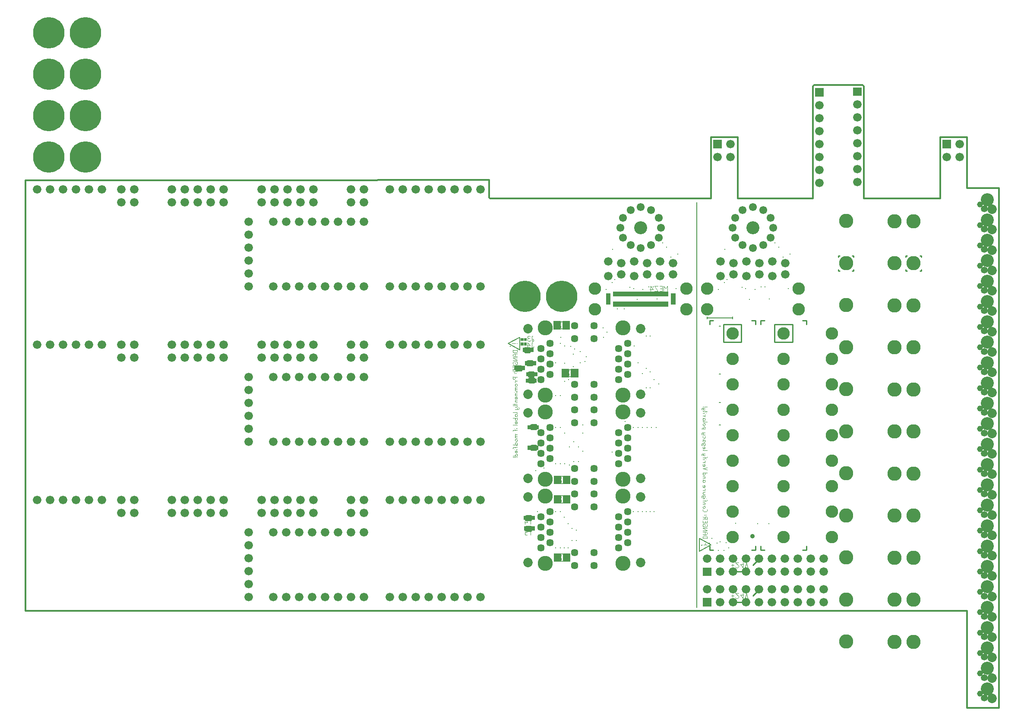
<source format=gbr>
G04 This is an RS-274x file exported by *
G04 gerbv version 2.7.0 *
G04 More information is available about gerbv at *
G04 http://gerbv.geda-project.org/ *
G04 --End of header info--*
%MOIN*%
%FSLAX36Y36*%
%IPPOS*%
G04 --Define apertures--*
%ADD10C,0.0100*%
%ADD11C,0.0060*%
%ADD12C,0.0040*%
%ADD13C,0.0033*%
%ADD14C,0.0041*%
%ADD15C,0.0080*%
%ADD16C,0.0140*%
%ADD17C,0.1005*%
%ADD18C,0.0454*%
%ADD19C,0.0729*%
%ADD20C,0.0532*%
%ADD21C,0.1103*%
%ADD22C,0.0001*%
%ADD23C,0.0660*%
%ADD24C,0.0966*%
%ADD25C,0.1162*%
%ADD26C,0.0572*%
%ADD27C,0.2422*%
%ADD28C,0.0960*%
%ADD29C,0.0611*%
%ADD30C,0.0200*%
%ADD31C,0.0790*%
%ADD32C,0.0490*%
%ADD33C,0.0300*%
%ADD34C,0.0890*%
%ADD35C,0.0380*%
%ADD36C,0.0630*%
%ADD37C,0.0510*%
%ADD38C,0.0940*%
%ADD39C,0.0350*%
%ADD40C,0.1870*%
%ADD41C,0.0390*%
%ADD42C,0.0120*%
G04 --Start main section--*
G54D10*
G01X6515750Y3364170D02*
G01X6486220Y3364170D01*
G01X6515750Y3364170D02*
G01X6515750Y3393700D01*
G01X6148030Y3059060D02*
G01X6148030Y3055510D01*
G01X6148030Y3055510D02*
G01X6102360Y3009840D01*
G01X6013780Y5106300D02*
G01X5875980Y5106300D01*
G01X6013780Y4968500D02*
G01X6013780Y5106300D01*
G01X5875980Y4968500D02*
G01X6013780Y4968500D01*
G01X5875980Y5106300D02*
G01X5875980Y4968500D01*
G54D11*
G01X5851000Y5093000D02*
G01X5841000Y5093000D01*
G54D10*
G01X6407480Y5106300D02*
G01X6269690Y5106300D01*
G01X6515750Y5135830D02*
G01X6515750Y5106300D01*
G01X6515750Y5135830D02*
G01X6486220Y5135830D01*
G01X6407480Y4968500D02*
G01X6407480Y5106300D01*
G01X6269690Y4968500D02*
G01X6407480Y4968500D01*
G01X6269690Y5106300D02*
G01X6269690Y4968500D01*
G01X5767720Y5135830D02*
G01X5767720Y5106300D01*
G54D11*
G01X5851000Y4723000D02*
G01X5841000Y4723000D01*
G01X5851000Y4502000D02*
G01X5841000Y4502000D01*
G01X5851000Y4330000D02*
G01X5841000Y4330000D01*
G54D10*
G01X5767720Y5135830D02*
G01X5797240Y5135830D01*
G54D11*
G01X5748000Y5158000D02*
G01X5945000Y5158000D01*
G01X5748000Y5165000D02*
G01X5748000Y5151000D01*
G01X5945000Y5151000D02*
G01X5945000Y5165000D01*
G54D10*
G01X6122050Y5135830D02*
G01X6092520Y5135830D01*
G01X6122050Y5135830D02*
G01X6122050Y5106300D01*
G01X6161420Y5135830D02*
G01X6161420Y5106300D01*
G01X6161420Y5135830D02*
G01X6190940Y5135830D01*
G54D11*
G01X4301180Y5007870D02*
G01X4301180Y4909450D01*
G01X4301180Y4909450D02*
G01X4212600Y4958660D01*
G01X4212600Y4958660D02*
G01X4301180Y5007870D01*
G54D10*
G01X7283460Y5529530D02*
G01X7283460Y5519690D01*
G01X7283460Y5519690D02*
G01X7293310Y5519690D01*
G01X7401570Y5529530D02*
G01X7401570Y5519690D01*
G01X7401570Y5519690D02*
G01X7391730Y5519690D01*
G01X7283460Y5627950D02*
G01X7283460Y5637800D01*
G01X7283460Y5637800D02*
G01X7293310Y5637800D01*
G01X7401570Y5637800D02*
G01X7401570Y5627950D01*
G01X7401570Y5637800D02*
G01X7391730Y5637800D01*
G01X6870080Y5637800D02*
G01X6879920Y5637800D01*
G01X6879920Y5637800D02*
G01X6879920Y5627950D01*
G01X6761810Y5637800D02*
G01X6771650Y5637800D01*
G01X6761810Y5637800D02*
G01X6761810Y5627950D01*
G01X6879920Y5519690D02*
G01X6879920Y5529530D01*
G01X6879920Y5519690D02*
G01X6870080Y5519690D01*
G01X6761810Y5519690D02*
G01X6771650Y5519690D01*
G01X6761810Y5519690D02*
G01X6761810Y5529530D01*
G01X6122050Y3364170D02*
G01X6092520Y3364170D01*
G01X6122050Y3364170D02*
G01X6122050Y3393700D01*
G01X6161420Y3364170D02*
G01X6190940Y3364170D01*
G01X6161420Y3364170D02*
G01X6161420Y3393700D01*
G01X5948030Y3196850D02*
G01X6048030Y3196850D01*
G01X6148030Y3296850D02*
G01X6148030Y3291730D01*
G01X6102360Y3246060D02*
G01X6148030Y3291730D01*
G01X5948030Y2959060D02*
G01X6048030Y2959060D01*
G01X5767720Y3364170D02*
G01X5797240Y3364170D01*
G01X5767720Y3364170D02*
G01X5767720Y3393700D01*
G54D11*
G01X5777560Y3403540D02*
G01X5688980Y3354330D01*
G01X5688980Y3452760D02*
G01X5777560Y3403540D01*
G01X5688980Y3452760D02*
G01X5688980Y3354330D01*
G01X5669290Y2921260D02*
G01X5669290Y6051180D01*
G54D12*
G01X5935040Y3010310D02*
G01X5955040Y3010310D01*
G01X5945040Y3000310D02*
G01X5945040Y3020310D01*
G01X5967040Y2995310D02*
G01X5972040Y2990310D01*
G01X5972040Y2990310D02*
G01X5987040Y2990310D01*
G01X5987040Y2990310D02*
G01X5992040Y2995310D01*
G01X5992040Y2995310D02*
G01X5992040Y3005310D01*
G01X5967040Y3030310D02*
G01X5992040Y3005310D01*
G01X5967040Y3030310D02*
G01X5992040Y3030310D01*
G01X6004040Y3015310D02*
G01X6024040Y2990310D01*
G01X6004040Y3015310D02*
G01X6029040Y3015310D01*
G01X6024040Y2990310D02*
G01X6024040Y3030310D01*
G01X6041040Y2990310D02*
G01X6051040Y3030310D01*
G01X6051040Y3030310D02*
G01X6061040Y2990310D01*
G01X5935040Y3246540D02*
G01X5955040Y3246540D01*
G01X5945040Y3236540D02*
G01X5945040Y3256540D01*
G01X5967040Y3231540D02*
G01X5972040Y3226540D01*
G01X5972040Y3226540D02*
G01X5987040Y3226540D01*
G01X5987040Y3226540D02*
G01X5992040Y3231540D01*
G01X5992040Y3231540D02*
G01X5992040Y3241540D01*
G01X5967040Y3266540D02*
G01X5992040Y3241540D01*
G01X5967040Y3266540D02*
G01X5992040Y3266540D01*
G01X6004040Y3251540D02*
G01X6024040Y3226540D01*
G01X6004040Y3251540D02*
G01X6029040Y3251540D01*
G01X6024040Y3226540D02*
G01X6024040Y3266540D01*
G01X6041040Y3226540D02*
G01X6051040Y3266540D01*
G01X6051040Y3266540D02*
G01X6061040Y3226540D01*
G54D13*
G01X4250330Y4905350D02*
G01X4283130Y4905350D01*
G01X4250330Y4894690D02*
G01X4256070Y4888950D01*
G01X4256070Y4888950D02*
G01X4277390Y4888950D01*
G01X4283130Y4894690D02*
G01X4277390Y4888950D01*
G01X4283130Y4894690D02*
G01X4283130Y4909450D01*
G01X4250330Y4894690D02*
G01X4250330Y4909450D01*
G01X4258530Y4879110D02*
G01X4283130Y4879110D01*
G01X4258530Y4879110D02*
G01X4250330Y4873370D01*
G01X4250330Y4864350D02*
G01X4250330Y4873370D01*
G01X4250330Y4864350D02*
G01X4258530Y4858610D01*
G01X4258530Y4858610D02*
G01X4283130Y4858610D01*
G01X4266730Y4858610D02*
G01X4266730Y4879110D01*
G01X4250330Y4848770D02*
G01X4283130Y4848770D01*
G01X4250330Y4848770D02*
G01X4283130Y4828270D01*
G01X4250330Y4828270D02*
G01X4283130Y4828270D01*
G01X4250330Y4802030D02*
G01X4254430Y4797930D01*
G01X4250330Y4802030D02*
G01X4250330Y4814330D01*
G01X4254430Y4818430D02*
G01X4250330Y4814330D01*
G01X4254430Y4818430D02*
G01X4279030Y4818430D01*
G01X4279030Y4818430D02*
G01X4283130Y4814330D01*
G01X4283130Y4802030D02*
G01X4283130Y4814330D01*
G01X4283130Y4802030D02*
G01X4279030Y4797930D01*
G01X4270830Y4797930D02*
G01X4279030Y4797930D01*
G01X4266730Y4802030D02*
G01X4270830Y4797930D01*
G01X4266730Y4802030D02*
G01X4266730Y4810230D01*
G01X4265090Y4775790D02*
G01X4265090Y4788090D01*
G01X4283130Y4771690D02*
G01X4283130Y4788090D01*
G01X4250330Y4788090D02*
G01X4283130Y4788090D01*
G01X4250330Y4771690D02*
G01X4250330Y4788090D01*
G01X4250330Y4745450D02*
G01X4250330Y4761850D01*
G01X4250330Y4745450D02*
G01X4254430Y4741350D01*
G01X4254430Y4741350D02*
G01X4262630Y4741350D01*
G01X4266730Y4745450D02*
G01X4262630Y4741350D01*
G01X4266730Y4745450D02*
G01X4266730Y4757750D01*
G01X4250330Y4757750D02*
G01X4283130Y4757750D01*
G01X4266730Y4751190D02*
G01X4283130Y4741350D01*
G01X4262630Y4727410D02*
G01X4262630Y4731510D01*
G01X4270830Y4727410D02*
G01X4270830Y4731510D01*
G01X4250330Y4698710D02*
G01X4283130Y4698710D01*
G01X4250330Y4686410D02*
G01X4250330Y4702810D01*
G01X4250330Y4686410D02*
G01X4254430Y4682310D01*
G01X4254430Y4682310D02*
G01X4262630Y4682310D01*
G01X4266730Y4686410D02*
G01X4262630Y4682310D01*
G01X4266730Y4686410D02*
G01X4266730Y4698710D01*
G01X4270830Y4668370D02*
G01X4283130Y4668370D01*
G01X4270830Y4668370D02*
G01X4266730Y4664270D01*
G01X4266730Y4656070D02*
G01X4266730Y4664270D01*
G01X4266730Y4672470D02*
G01X4270830Y4668370D01*
G01X4270830Y4646230D02*
G01X4279030Y4646230D01*
G01X4270830Y4646230D02*
G01X4266730Y4642130D01*
G01X4266730Y4633930D02*
G01X4266730Y4642130D01*
G01X4266730Y4633930D02*
G01X4270830Y4629830D01*
G01X4270830Y4629830D02*
G01X4279030Y4629830D01*
G01X4283130Y4633930D02*
G01X4279030Y4629830D01*
G01X4283130Y4633930D02*
G01X4283130Y4642130D01*
G01X4279030Y4646230D02*
G01X4283130Y4642130D01*
G01X4270830Y4615890D02*
G01X4283130Y4615890D01*
G01X4270830Y4615890D02*
G01X4266730Y4611790D01*
G01X4266730Y4607690D02*
G01X4266730Y4611790D01*
G01X4266730Y4607690D02*
G01X4270830Y4603590D01*
G01X4270830Y4603590D02*
G01X4283130Y4603590D01*
G01X4270830Y4603590D02*
G01X4266730Y4599490D01*
G01X4266730Y4595390D02*
G01X4266730Y4599490D01*
G01X4266730Y4595390D02*
G01X4270830Y4591290D01*
G01X4270830Y4591290D02*
G01X4283130Y4591290D01*
G01X4266730Y4619990D02*
G01X4270830Y4615890D01*
G54D14*
G01X4258530Y4581450D02*
G01X4259350Y4581450D01*
G54D13*
G01X4270830Y4581450D02*
G01X4283130Y4581450D01*
G01X4270830Y4569150D02*
G01X4283130Y4569150D01*
G01X4270830Y4569150D02*
G01X4266730Y4565050D01*
G01X4266730Y4560950D02*
G01X4266730Y4565050D01*
G01X4266730Y4560950D02*
G01X4270830Y4556850D01*
G01X4270830Y4556850D02*
G01X4283130Y4556850D01*
G01X4266730Y4573250D02*
G01X4270830Y4569150D01*
G01X4283130Y4530610D02*
G01X4283130Y4542910D01*
G01X4279030Y4547010D02*
G01X4283130Y4542910D01*
G01X4270830Y4547010D02*
G01X4279030Y4547010D01*
G01X4270830Y4547010D02*
G01X4266730Y4542910D01*
G01X4266730Y4534710D02*
G01X4266730Y4542910D01*
G01X4266730Y4534710D02*
G01X4270830Y4530610D01*
G01X4274930Y4530610D02*
G01X4274930Y4547010D01*
G01X4270830Y4530610D02*
G01X4274930Y4530610D01*
G01X4270830Y4516670D02*
G01X4283130Y4516670D01*
G01X4270830Y4516670D02*
G01X4266730Y4512570D01*
G01X4266730Y4508470D02*
G01X4266730Y4512570D01*
G01X4266730Y4508470D02*
G01X4270830Y4504370D01*
G01X4270830Y4504370D02*
G01X4283130Y4504370D01*
G01X4266730Y4520770D02*
G01X4270830Y4516670D01*
G01X4250330Y4490430D02*
G01X4279030Y4490430D01*
G01X4279030Y4490430D02*
G01X4283130Y4486330D01*
G01X4262630Y4486330D02*
G01X4262630Y4494530D01*
G01X4250330Y4478130D02*
G01X4279030Y4478130D01*
G01X4279030Y4478130D02*
G01X4283130Y4474030D01*
G01X4266730Y4465830D02*
G01X4279030Y4465830D01*
G01X4279030Y4465830D02*
G01X4283130Y4461730D01*
G01X4266730Y4449430D02*
G01X4291330Y4449430D01*
G01X4295430Y4453530D02*
G01X4291330Y4449430D01*
G01X4295430Y4453530D02*
G01X4295430Y4461730D01*
G01X4291330Y4465830D02*
G01X4295430Y4461730D01*
G01X4283130Y4453530D02*
G01X4283130Y4461730D01*
G01X4283130Y4453530D02*
G01X4279030Y4449430D01*
G01X4250330Y4424830D02*
G01X4279030Y4424830D01*
G01X4279030Y4424830D02*
G01X4283130Y4420730D01*
G01X4266730Y4400230D02*
G01X4270830Y4396130D01*
G01X4266730Y4400230D02*
G01X4266730Y4408430D01*
G01X4270830Y4412530D02*
G01X4266730Y4408430D01*
G01X4270830Y4412530D02*
G01X4279030Y4412530D01*
G01X4279030Y4412530D02*
G01X4283130Y4408430D01*
G01X4266730Y4396130D02*
G01X4279030Y4396130D01*
G01X4279030Y4396130D02*
G01X4283130Y4392030D01*
G01X4283130Y4400230D02*
G01X4283130Y4408430D01*
G01X4283130Y4400230D02*
G01X4279030Y4396130D01*
G01X4250330Y4382190D02*
G01X4283130Y4382190D01*
G01X4279030Y4382190D02*
G01X4283130Y4378090D01*
G01X4283130Y4369890D02*
G01X4283130Y4378090D01*
G01X4283130Y4369890D02*
G01X4279030Y4365790D01*
G01X4270830Y4365790D02*
G01X4279030Y4365790D01*
G01X4266730Y4369890D02*
G01X4270830Y4365790D01*
G01X4266730Y4369890D02*
G01X4266730Y4378090D01*
G01X4270830Y4382190D02*
G01X4266730Y4378090D01*
G01X4283130Y4339550D02*
G01X4283130Y4351850D01*
G01X4279030Y4355950D02*
G01X4283130Y4351850D01*
G01X4270830Y4355950D02*
G01X4279030Y4355950D01*
G01X4270830Y4355950D02*
G01X4266730Y4351850D01*
G01X4266730Y4343650D02*
G01X4266730Y4351850D01*
G01X4266730Y4343650D02*
G01X4270830Y4339550D01*
G01X4274930Y4339550D02*
G01X4274930Y4355950D01*
G01X4270830Y4339550D02*
G01X4274930Y4339550D01*
G01X4250330Y4329710D02*
G01X4279030Y4329710D01*
G01X4279030Y4329710D02*
G01X4283130Y4325610D01*
G54D14*
G01X4258530Y4302650D02*
G01X4259350Y4302650D01*
G54D13*
G01X4270830Y4302650D02*
G01X4283130Y4302650D01*
G01X4254430Y4290350D02*
G01X4283130Y4290350D01*
G01X4254430Y4290350D02*
G01X4250330Y4286250D01*
G01X4250330Y4282150D02*
G01X4250330Y4286250D01*
G01X4266730Y4286250D02*
G01X4266730Y4294450D01*
G01X4270830Y4255090D02*
G01X4283130Y4255090D01*
G01X4270830Y4255090D02*
G01X4266730Y4250990D01*
G01X4266730Y4246890D02*
G01X4266730Y4250990D01*
G01X4266730Y4246890D02*
G01X4270830Y4242790D01*
G01X4270830Y4242790D02*
G01X4283130Y4242790D01*
G01X4270830Y4242790D02*
G01X4266730Y4238690D01*
G01X4266730Y4234590D02*
G01X4266730Y4238690D01*
G01X4266730Y4234590D02*
G01X4270830Y4230490D01*
G01X4270830Y4230490D02*
G01X4283130Y4230490D01*
G01X4266730Y4259190D02*
G01X4270830Y4255090D01*
G01X4270830Y4220650D02*
G01X4279030Y4220650D01*
G01X4270830Y4220650D02*
G01X4266730Y4216550D01*
G01X4266730Y4208350D02*
G01X4266730Y4216550D01*
G01X4266730Y4208350D02*
G01X4270830Y4204250D01*
G01X4270830Y4204250D02*
G01X4279030Y4204250D01*
G01X4283130Y4208350D02*
G01X4279030Y4204250D01*
G01X4283130Y4208350D02*
G01X4283130Y4216550D01*
G01X4279030Y4220650D02*
G01X4283130Y4216550D01*
G01X4250330Y4178010D02*
G01X4283130Y4178010D01*
G01X4283130Y4182110D02*
G01X4279030Y4178010D01*
G01X4283130Y4182110D02*
G01X4283130Y4190310D01*
G01X4279030Y4194410D02*
G01X4283130Y4190310D01*
G01X4270830Y4194410D02*
G01X4279030Y4194410D01*
G01X4270830Y4194410D02*
G01X4266730Y4190310D01*
G01X4266730Y4182110D02*
G01X4266730Y4190310D01*
G01X4266730Y4182110D02*
G01X4270830Y4178010D01*
G54D14*
G01X4258530Y4168170D02*
G01X4259350Y4168170D01*
G54D13*
G01X4270830Y4168170D02*
G01X4283130Y4168170D01*
G01X4254430Y4155870D02*
G01X4283130Y4155870D01*
G01X4254430Y4155870D02*
G01X4250330Y4151770D01*
G01X4250330Y4147670D02*
G01X4250330Y4151770D01*
G01X4266730Y4151770D02*
G01X4266730Y4159970D01*
G54D14*
G01X4258530Y4139470D02*
G01X4259350Y4139470D01*
G54D13*
G01X4270830Y4139470D02*
G01X4283130Y4139470D01*
G01X4283130Y4114870D02*
G01X4283130Y4127170D01*
G01X4279030Y4131270D02*
G01X4283130Y4127170D01*
G01X4270830Y4131270D02*
G01X4279030Y4131270D01*
G01X4270830Y4131270D02*
G01X4266730Y4127170D01*
G01X4266730Y4118970D02*
G01X4266730Y4127170D01*
G01X4266730Y4118970D02*
G01X4270830Y4114870D01*
G01X4274930Y4114870D02*
G01X4274930Y4131270D01*
G01X4270830Y4114870D02*
G01X4274930Y4114870D01*
G01X4250330Y4088630D02*
G01X4283130Y4088630D01*
G01X4283130Y4092730D02*
G01X4279030Y4088630D01*
G01X4283130Y4092730D02*
G01X4283130Y4100930D01*
G01X4279030Y4105030D02*
G01X4283130Y4100930D01*
G01X4270830Y4105030D02*
G01X4279030Y4105030D01*
G01X4270830Y4105030D02*
G01X4266730Y4100930D01*
G01X4266730Y4092730D02*
G01X4266730Y4100930D01*
G01X4266730Y4092730D02*
G01X4270830Y4088630D01*
G01X4279030Y4078790D02*
G01X4283130Y4078790D01*
G01X4250330Y4078790D02*
G01X4270830Y4078790D01*
G54D12*
G01X4277280Y4958660D02*
G01X4282280Y4958660D01*
G01X4242280Y4958660D02*
G01X4267280Y4958660D01*
G01X5707870Y3403540D02*
G01X5712870Y3403540D01*
G01X5722870Y3403540D02*
G01X5747870Y3403540D01*
G54D13*
G01X5716870Y3456860D02*
G01X5749670Y3456860D01*
G01X5749670Y3467520D02*
G01X5743930Y3473260D01*
G01X5722610Y3473260D02*
G01X5743930Y3473260D01*
G01X5716870Y3467520D02*
G01X5722610Y3473260D01*
G01X5716870Y3452760D02*
G01X5716870Y3467520D01*
G01X5749670Y3452760D02*
G01X5749670Y3467520D01*
G01X5716870Y3483100D02*
G01X5741470Y3483100D01*
G01X5741470Y3483100D02*
G01X5749670Y3488840D01*
G01X5749670Y3488840D02*
G01X5749670Y3497860D01*
G01X5749670Y3497860D02*
G01X5741470Y3503600D01*
G01X5716870Y3503600D02*
G01X5741470Y3503600D01*
G01X5733270Y3483100D02*
G01X5733270Y3503600D01*
G01X5716870Y3513440D02*
G01X5749670Y3513440D01*
G01X5749670Y3513440D02*
G01X5716870Y3533940D01*
G01X5716870Y3533940D02*
G01X5749670Y3533940D01*
G01X5749670Y3560180D02*
G01X5745570Y3564280D01*
G01X5749670Y3547880D02*
G01X5749670Y3560180D01*
G01X5745570Y3543780D02*
G01X5749670Y3547880D01*
G01X5720970Y3543780D02*
G01X5745570Y3543780D01*
G01X5720970Y3543780D02*
G01X5716870Y3547880D01*
G01X5716870Y3547880D02*
G01X5716870Y3560180D01*
G01X5716870Y3560180D02*
G01X5720970Y3564280D01*
G01X5720970Y3564280D02*
G01X5729170Y3564280D01*
G01X5733270Y3560180D02*
G01X5729170Y3564280D01*
G01X5733270Y3551980D02*
G01X5733270Y3560180D01*
G01X5734910Y3574120D02*
G01X5734910Y3586420D01*
G01X5716870Y3574120D02*
G01X5716870Y3590520D01*
G01X5716870Y3574120D02*
G01X5749670Y3574120D01*
G01X5749670Y3574120D02*
G01X5749670Y3590520D01*
G01X5749670Y3600360D02*
G01X5749670Y3616760D01*
G01X5749670Y3616760D02*
G01X5745570Y3620860D01*
G01X5737370Y3620860D02*
G01X5745570Y3620860D01*
G01X5733270Y3616760D02*
G01X5737370Y3620860D01*
G01X5733270Y3604460D02*
G01X5733270Y3616760D01*
G01X5716870Y3604460D02*
G01X5749670Y3604460D01*
G01X5733270Y3611020D02*
G01X5716870Y3620860D01*
G01X5737370Y3630700D02*
G01X5737370Y3634800D01*
G01X5729170Y3630700D02*
G01X5729170Y3634800D01*
G01X5716870Y3665140D02*
G01X5716870Y3675800D01*
G01X5722610Y3659400D02*
G01X5716870Y3665140D01*
G01X5722610Y3659400D02*
G01X5743930Y3659400D01*
G01X5743930Y3659400D02*
G01X5749670Y3665140D01*
G01X5749670Y3665140D02*
G01X5749670Y3675800D01*
G01X5720970Y3685640D02*
G01X5729170Y3685640D01*
G01X5729170Y3685640D02*
G01X5733270Y3689740D01*
G01X5733270Y3689740D02*
G01X5733270Y3697940D01*
G01X5733270Y3697940D02*
G01X5729170Y3702040D01*
G01X5720970Y3702040D02*
G01X5729170Y3702040D01*
G01X5716870Y3697940D02*
G01X5720970Y3702040D01*
G01X5716870Y3689740D02*
G01X5716870Y3697940D01*
G01X5720970Y3685640D02*
G01X5716870Y3689740D01*
G01X5716870Y3715980D02*
G01X5729170Y3715980D01*
G01X5729170Y3715980D02*
G01X5733270Y3720080D01*
G01X5733270Y3720080D02*
G01X5733270Y3724180D01*
G01X5733270Y3724180D02*
G01X5729170Y3728280D01*
G01X5716870Y3728280D02*
G01X5729170Y3728280D01*
G01X5733270Y3711880D02*
G01X5729170Y3715980D01*
G01X5716870Y3742220D02*
G01X5745570Y3742220D01*
G01X5745570Y3742220D02*
G01X5749670Y3746320D01*
G01X5749670Y3746320D02*
G01X5749670Y3750420D01*
G01X5733270Y3738120D02*
G01X5733270Y3746320D01*
G54D14*
G01X5740650Y3758620D02*
G01X5741470Y3758620D01*
G54D13*
G01X5716870Y3758620D02*
G01X5729170Y3758620D01*
G01X5733270Y3779120D02*
G01X5729170Y3783220D01*
G01X5733270Y3770920D02*
G01X5733270Y3779120D01*
G01X5729170Y3766820D02*
G01X5733270Y3770920D01*
G01X5720970Y3766820D02*
G01X5729170Y3766820D01*
G01X5720970Y3766820D02*
G01X5716870Y3770920D01*
G01X5716870Y3770920D02*
G01X5716870Y3779120D01*
G01X5716870Y3779120D02*
G01X5720970Y3783220D01*
G01X5708670Y3766820D02*
G01X5704570Y3770920D01*
G01X5704570Y3770920D02*
G01X5704570Y3779120D01*
G01X5704570Y3779120D02*
G01X5708670Y3783220D01*
G01X5708670Y3783220D02*
G01X5733270Y3783220D01*
G01X5720970Y3793060D02*
G01X5733270Y3793060D01*
G01X5720970Y3793060D02*
G01X5716870Y3797160D01*
G01X5716870Y3797160D02*
G01X5716870Y3805360D01*
G01X5716870Y3805360D02*
G01X5720970Y3809460D01*
G01X5720970Y3809460D02*
G01X5733270Y3809460D01*
G01X5716870Y3823400D02*
G01X5729170Y3823400D01*
G01X5729170Y3823400D02*
G01X5733270Y3827500D01*
G01X5733270Y3827500D02*
G01X5733270Y3835700D01*
G01X5733270Y3819300D02*
G01X5729170Y3823400D01*
G01X5716870Y3849640D02*
G01X5716870Y3861940D01*
G01X5720970Y3845540D02*
G01X5716870Y3849640D01*
G01X5720970Y3845540D02*
G01X5729170Y3845540D01*
G01X5729170Y3845540D02*
G01X5733270Y3849640D01*
G01X5733270Y3849640D02*
G01X5733270Y3857840D01*
G01X5733270Y3857840D02*
G01X5729170Y3861940D01*
G01X5725070Y3845540D02*
G01X5725070Y3861940D01*
G01X5725070Y3861940D02*
G01X5729170Y3861940D01*
G01X5733270Y3898840D02*
G01X5729170Y3902940D01*
G01X5733270Y3890640D02*
G01X5733270Y3898840D01*
G01X5729170Y3886540D02*
G01X5733270Y3890640D01*
G01X5720970Y3886540D02*
G01X5729170Y3886540D01*
G01X5720970Y3886540D02*
G01X5716870Y3890640D01*
G01X5720970Y3902940D02*
G01X5733270Y3902940D01*
G01X5720970Y3902940D02*
G01X5716870Y3907040D01*
G01X5716870Y3890640D02*
G01X5716870Y3898840D01*
G01X5716870Y3898840D02*
G01X5720970Y3902940D01*
G01X5716870Y3920980D02*
G01X5729170Y3920980D01*
G01X5729170Y3920980D02*
G01X5733270Y3925080D01*
G01X5733270Y3925080D02*
G01X5733270Y3929180D01*
G01X5733270Y3929180D02*
G01X5729170Y3933280D01*
G01X5716870Y3933280D02*
G01X5729170Y3933280D01*
G01X5733270Y3916880D02*
G01X5729170Y3920980D01*
G01X5716870Y3959520D02*
G01X5749670Y3959520D01*
G01X5716870Y3955420D02*
G01X5720970Y3959520D01*
G01X5716870Y3947220D02*
G01X5716870Y3955420D01*
G01X5720970Y3943120D02*
G01X5716870Y3947220D01*
G01X5720970Y3943120D02*
G01X5729170Y3943120D01*
G01X5729170Y3943120D02*
G01X5733270Y3947220D01*
G01X5733270Y3947220D02*
G01X5733270Y3955420D01*
G01X5733270Y3955420D02*
G01X5729170Y3959520D01*
G01X5749670Y3984120D02*
G01X5716870Y3992320D01*
G01X5716870Y3992320D02*
G01X5749670Y4000520D01*
G01X5716870Y4014460D02*
G01X5716870Y4026760D01*
G01X5720970Y4010360D02*
G01X5716870Y4014460D01*
G01X5720970Y4010360D02*
G01X5729170Y4010360D01*
G01X5729170Y4010360D02*
G01X5733270Y4014460D01*
G01X5733270Y4014460D02*
G01X5733270Y4022660D01*
G01X5733270Y4022660D02*
G01X5729170Y4026760D01*
G01X5725070Y4010360D02*
G01X5725070Y4026760D01*
G01X5725070Y4026760D02*
G01X5729170Y4026760D01*
G01X5716870Y4040700D02*
G01X5729170Y4040700D01*
G01X5729170Y4040700D02*
G01X5733270Y4044800D01*
G01X5733270Y4044800D02*
G01X5733270Y4053000D01*
G01X5733270Y4036600D02*
G01X5729170Y4040700D01*
G54D14*
G01X5740650Y4062840D02*
G01X5741470Y4062840D01*
G54D13*
G01X5716870Y4062840D02*
G01X5729170Y4062840D01*
G01X5716870Y4075140D02*
G01X5745570Y4075140D01*
G01X5745570Y4075140D02*
G01X5749670Y4079240D01*
G01X5749670Y4079240D02*
G01X5749670Y4083340D01*
G01X5733270Y4071040D02*
G01X5733270Y4079240D01*
G01X5720970Y4091540D02*
G01X5733270Y4091540D01*
G01X5720970Y4091540D02*
G01X5716870Y4095640D01*
G01X5708670Y4107940D02*
G01X5733270Y4107940D01*
G01X5704570Y4103840D02*
G01X5708670Y4107940D01*
G01X5704570Y4095640D02*
G01X5704570Y4103840D01*
G01X5708670Y4091540D02*
G01X5704570Y4095640D01*
G01X5716870Y4095640D02*
G01X5716870Y4103840D01*
G01X5716870Y4103840D02*
G01X5720970Y4107940D01*
G01X5720970Y4132540D02*
G01X5749670Y4132540D01*
G01X5720970Y4132540D02*
G01X5716870Y4136640D01*
G01X5716870Y4148940D02*
G01X5716870Y4161240D01*
G01X5720970Y4144840D02*
G01X5716870Y4148940D01*
G01X5720970Y4144840D02*
G01X5729170Y4144840D01*
G01X5729170Y4144840D02*
G01X5733270Y4148940D01*
G01X5733270Y4148940D02*
G01X5733270Y4157140D01*
G01X5733270Y4157140D02*
G01X5729170Y4161240D01*
G01X5725070Y4144840D02*
G01X5725070Y4161240D01*
G01X5725070Y4161240D02*
G01X5729170Y4161240D01*
G01X5733270Y4183380D02*
G01X5729170Y4187480D01*
G01X5733270Y4175180D02*
G01X5733270Y4183380D01*
G01X5729170Y4171080D02*
G01X5733270Y4175180D01*
G01X5720970Y4171080D02*
G01X5729170Y4171080D01*
G01X5720970Y4171080D02*
G01X5716870Y4175180D01*
G01X5716870Y4175180D02*
G01X5716870Y4183380D01*
G01X5716870Y4183380D02*
G01X5720970Y4187480D01*
G01X5708670Y4171080D02*
G01X5704570Y4175180D01*
G01X5704570Y4175180D02*
G01X5704570Y4183380D01*
G01X5704570Y4183380D02*
G01X5708670Y4187480D01*
G01X5708670Y4187480D02*
G01X5733270Y4187480D01*
G01X5733270Y4209620D02*
G01X5729170Y4213720D01*
G01X5733270Y4201420D02*
G01X5733270Y4209620D01*
G01X5729170Y4197320D02*
G01X5733270Y4201420D01*
G01X5720970Y4197320D02*
G01X5729170Y4197320D01*
G01X5720970Y4197320D02*
G01X5716870Y4201420D01*
G01X5720970Y4213720D02*
G01X5733270Y4213720D01*
G01X5720970Y4213720D02*
G01X5716870Y4217820D01*
G01X5716870Y4201420D02*
G01X5716870Y4209620D01*
G01X5716870Y4209620D02*
G01X5720970Y4213720D01*
G01X5733270Y4231760D02*
G01X5733270Y4244060D01*
G01X5729170Y4227660D02*
G01X5733270Y4231760D01*
G01X5720970Y4227660D02*
G01X5729170Y4227660D01*
G01X5720970Y4227660D02*
G01X5716870Y4231760D01*
G01X5716870Y4231760D02*
G01X5716870Y4244060D01*
G01X5720970Y4253900D02*
G01X5733270Y4253900D01*
G01X5720970Y4253900D02*
G01X5716870Y4258000D01*
G01X5708670Y4270300D02*
G01X5733270Y4270300D01*
G01X5704570Y4266200D02*
G01X5708670Y4270300D01*
G01X5704570Y4258000D02*
G01X5704570Y4266200D01*
G01X5708670Y4253900D02*
G01X5704570Y4258000D01*
G01X5716870Y4258000D02*
G01X5716870Y4266200D01*
G01X5716870Y4266200D02*
G01X5720970Y4270300D01*
G01X5704570Y4299000D02*
G01X5729170Y4299000D01*
G01X5733270Y4294900D02*
G01X5729170Y4299000D01*
G01X5729170Y4299000D02*
G01X5733270Y4303100D01*
G01X5733270Y4303100D02*
G01X5733270Y4311300D01*
G01X5733270Y4311300D02*
G01X5729170Y4315400D01*
G01X5720970Y4315400D02*
G01X5729170Y4315400D01*
G01X5716870Y4311300D02*
G01X5720970Y4315400D01*
G01X5716870Y4303100D02*
G01X5716870Y4311300D01*
G01X5720970Y4299000D02*
G01X5716870Y4303100D01*
G01X5720970Y4325240D02*
G01X5729170Y4325240D01*
G01X5729170Y4325240D02*
G01X5733270Y4329340D01*
G01X5733270Y4329340D02*
G01X5733270Y4337540D01*
G01X5733270Y4337540D02*
G01X5729170Y4341640D01*
G01X5720970Y4341640D02*
G01X5729170Y4341640D01*
G01X5716870Y4337540D02*
G01X5720970Y4341640D01*
G01X5716870Y4329340D02*
G01X5716870Y4337540D01*
G01X5720970Y4325240D02*
G01X5716870Y4329340D01*
G01X5720970Y4351480D02*
G01X5749670Y4351480D01*
G01X5720970Y4351480D02*
G01X5716870Y4355580D01*
G01X5733270Y4376080D02*
G01X5729170Y4380180D01*
G01X5733270Y4367880D02*
G01X5733270Y4376080D01*
G01X5729170Y4363780D02*
G01X5733270Y4367880D01*
G01X5720970Y4363780D02*
G01X5729170Y4363780D01*
G01X5720970Y4363780D02*
G01X5716870Y4367880D01*
G01X5720970Y4380180D02*
G01X5733270Y4380180D01*
G01X5720970Y4380180D02*
G01X5716870Y4384280D01*
G01X5716870Y4367880D02*
G01X5716870Y4376080D01*
G01X5716870Y4376080D02*
G01X5720970Y4380180D01*
G01X5716870Y4398220D02*
G01X5729170Y4398220D01*
G01X5729170Y4398220D02*
G01X5733270Y4402320D01*
G01X5733270Y4402320D02*
G01X5733270Y4410520D01*
G01X5733270Y4394120D02*
G01X5729170Y4398220D01*
G54D14*
G01X5740650Y4420360D02*
G01X5741470Y4420360D01*
G54D13*
G01X5716870Y4420360D02*
G01X5729170Y4420360D01*
G01X5720970Y4432660D02*
G01X5749670Y4432660D01*
G01X5720970Y4432660D02*
G01X5716870Y4436760D01*
G01X5737370Y4428560D02*
G01X5737370Y4436760D01*
G01X5720970Y4444960D02*
G01X5733270Y4444960D01*
G01X5720970Y4444960D02*
G01X5716870Y4449060D01*
G01X5708670Y4461360D02*
G01X5733270Y4461360D01*
G01X5704570Y4457260D02*
G01X5708670Y4461360D01*
G01X5704570Y4449060D02*
G01X5704570Y4457260D01*
G01X5708670Y4444960D02*
G01X5704570Y4449060D01*
G01X5716870Y4449060D02*
G01X5716870Y4457260D01*
G01X5716870Y4457260D02*
G01X5720970Y4461360D01*
G01X5716870Y4471200D02*
G01X5720970Y4471200D01*
G01X5729170Y4471200D02*
G01X5749670Y4471200D01*
G54D11*
G01X4427500Y4332000D02*
G01X4435500Y4324000D01*
G01X4392500Y4332000D02*
G01X4427500Y4332000D01*
G01X4385500Y4325000D02*
G01X4392500Y4332000D01*
G01X4393500Y4292000D02*
G01X4386500Y4299000D01*
G01X4393500Y4292000D02*
G01X4428500Y4292000D01*
G01X4435500Y4299000D02*
G01X4428500Y4292000D01*
G54D15*
G01X4625640Y3277450D02*
G01X4633500Y3277450D01*
G01X4625640Y3332550D02*
G01X4633500Y3332550D01*
G01X4625640Y3727450D02*
G01X4633500Y3727450D01*
G01X4625640Y3782550D02*
G01X4633500Y3782550D01*
G54D11*
G01X4426500Y4174000D02*
G01X4434500Y4166000D01*
G01X4391500Y4174000D02*
G01X4426500Y4174000D01*
G01X4384500Y4167000D02*
G01X4391500Y4174000D01*
G01X4392500Y4134000D02*
G01X4385500Y4141000D01*
G01X4392500Y4134000D02*
G01X4427500Y4134000D01*
G01X4434500Y4141000D02*
G01X4427500Y4134000D01*
G01X4412500Y4692000D02*
G01X4420500Y4684000D01*
G01X4377500Y4692000D02*
G01X4412500Y4692000D01*
G01X4370500Y4685000D02*
G01X4377500Y4692000D01*
G01X4378500Y4652000D02*
G01X4371500Y4659000D01*
G01X4378500Y4652000D02*
G01X4413500Y4652000D01*
G01X4420500Y4659000D02*
G01X4413500Y4652000D01*
G01X4373500Y4701000D02*
G01X4365500Y4709000D01*
G01X4373500Y4701000D02*
G01X4408500Y4701000D01*
G01X4415500Y4708000D02*
G01X4408500Y4701000D01*
G01X4407500Y4741000D02*
G01X4414500Y4734000D01*
G01X4372500Y4741000D02*
G01X4407500Y4741000D01*
G01X4365500Y4734000D02*
G01X4372500Y4741000D01*
G01X4344000Y4888000D02*
G01X4336000Y4896000D01*
G01X4344000Y4888000D02*
G01X4379000Y4888000D01*
G01X4386000Y4895000D02*
G01X4379000Y4888000D01*
G01X4378000Y4928000D02*
G01X4385000Y4921000D01*
G01X4343000Y4928000D02*
G01X4378000Y4928000D01*
G01X4336000Y4921000D02*
G01X4343000Y4928000D01*
G01X4279000Y4748000D02*
G01X4271000Y4756000D01*
G01X4279000Y4748000D02*
G01X4314000Y4748000D01*
G01X4321000Y4755000D02*
G01X4314000Y4748000D01*
G01X4313000Y4788000D02*
G01X4320000Y4781000D01*
G01X4278000Y4788000D02*
G01X4313000Y4788000D01*
G01X4271000Y4781000D02*
G01X4278000Y4788000D01*
G54D15*
G01X4621500Y5072450D02*
G01X4629360Y5072450D01*
G01X4621500Y5127550D02*
G01X4629360Y5127550D01*
G01X4686070Y4702020D02*
G01X4693930Y4702020D01*
G01X4686070Y4757120D02*
G01X4693930Y4757120D01*
G54D11*
G01X4353500Y3591000D02*
G01X4345500Y3599000D01*
G01X4353500Y3591000D02*
G01X4388500Y3591000D01*
G01X4395500Y3598000D02*
G01X4388500Y3591000D01*
G01X4387500Y3631000D02*
G01X4394500Y3624000D01*
G01X4352500Y3631000D02*
G01X4387500Y3631000D01*
G01X4345500Y3624000D02*
G01X4352500Y3631000D01*
G01X4354000Y3508000D02*
G01X4346000Y3516000D01*
G01X4354000Y3508000D02*
G01X4389000Y3508000D01*
G01X4396000Y3515000D02*
G01X4389000Y3508000D01*
G01X4388000Y3548000D02*
G01X4395000Y3541000D01*
G01X4353000Y3548000D02*
G01X4388000Y3548000D01*
G01X4346000Y3541000D02*
G01X4353000Y3548000D01*
G01X4363500Y4786000D02*
G01X4355500Y4794000D01*
G01X4363500Y4786000D02*
G01X4398500Y4786000D01*
G01X4405500Y4793000D02*
G01X4398500Y4786000D01*
G01X4397500Y4826000D02*
G01X4404500Y4819000D01*
G01X4362500Y4826000D02*
G01X4397500Y4826000D01*
G01X4355500Y4819000D02*
G01X4362500Y4826000D01*
G54D15*
G01X4625640Y3877450D02*
G01X4633500Y3877450D01*
G01X4625640Y3932550D02*
G01X4633500Y3932550D01*
G54D12*
G01X4598070Y3733500D02*
G01X4618070Y3733500D01*
G01X4618070Y3733500D02*
G01X4623070Y3738500D01*
G01X4623070Y3738500D02*
G01X4623070Y3748500D01*
G01X4618070Y3753500D02*
G01X4623070Y3748500D01*
G01X4603070Y3753500D02*
G01X4618070Y3753500D01*
G01X4603070Y3733500D02*
G01X4603070Y3773500D01*
G01X4611070Y3753500D02*
G01X4623070Y3773500D01*
G01X4635070Y3741500D02*
G01X4643070Y3733500D01*
G01X4643070Y3733500D02*
G01X4643070Y3773500D01*
G01X4635070Y3773500D02*
G01X4650070Y3773500D01*
G01X4662070Y3741500D02*
G01X4670070Y3733500D01*
G01X4670070Y3733500D02*
G01X4670070Y3773500D01*
G01X4662070Y3773500D02*
G01X4677070Y3773500D01*
G01X5442910Y5361420D02*
G01X5442910Y5401420D01*
G01X5442910Y5401420D02*
G01X5427910Y5381420D01*
G01X5427910Y5381420D02*
G01X5412910Y5401420D01*
G01X5412910Y5361420D02*
G01X5412910Y5401420D01*
G01X5385910Y5383420D02*
G01X5400910Y5383420D01*
G01X5380910Y5361420D02*
G01X5400910Y5361420D01*
G01X5400910Y5361420D02*
G01X5400910Y5401420D01*
G01X5380910Y5401420D02*
G01X5400910Y5401420D01*
G01X5343910Y5401420D02*
G01X5368910Y5401420D01*
G01X5368910Y5361420D02*
G01X5343910Y5401420D01*
G01X5343910Y5361420D02*
G01X5368910Y5361420D01*
G01X5331910Y5376420D02*
G01X5311910Y5401420D01*
G01X5306910Y5376420D02*
G01X5331910Y5376420D01*
G01X5311910Y5361420D02*
G01X5311910Y5401420D01*
G01X4658500Y4708070D02*
G01X4678500Y4708070D01*
G01X4678500Y4708070D02*
G01X4683500Y4713070D01*
G01X4683500Y4713070D02*
G01X4683500Y4723070D01*
G01X4678500Y4728070D02*
G01X4683500Y4723070D01*
G01X4663500Y4728070D02*
G01X4678500Y4728070D01*
G01X4663500Y4708070D02*
G01X4663500Y4748070D01*
G01X4671500Y4728070D02*
G01X4683500Y4748070D01*
G01X4695500Y4716070D02*
G01X4703500Y4708070D01*
G01X4703500Y4708070D02*
G01X4703500Y4748070D01*
G01X4695500Y4748070D02*
G01X4710500Y4748070D01*
G01X4722500Y4713070D02*
G01X4727500Y4708070D01*
G01X4727500Y4708070D02*
G01X4737500Y4708070D01*
G01X4737500Y4708070D02*
G01X4742500Y4713070D01*
G01X4737500Y4748070D02*
G01X4742500Y4743070D01*
G01X4727500Y4748070D02*
G01X4737500Y4748070D01*
G01X4722500Y4743070D02*
G01X4727500Y4748070D01*
G01X4727500Y4726070D02*
G01X4737500Y4726070D01*
G01X4742500Y4713070D02*
G01X4742500Y4721070D01*
G01X4742500Y4731070D02*
G01X4742500Y4743070D01*
G01X4742500Y4731070D02*
G01X4737500Y4726070D01*
G01X4742500Y4721070D02*
G01X4737500Y4726070D01*
G01X4593930Y5078500D02*
G01X4613930Y5078500D01*
G01X4613930Y5078500D02*
G01X4618930Y5083500D01*
G01X4618930Y5083500D02*
G01X4618930Y5093500D01*
G01X4613930Y5098500D02*
G01X4618930Y5093500D01*
G01X4598930Y5098500D02*
G01X4613930Y5098500D01*
G01X4598930Y5078500D02*
G01X4598930Y5118500D01*
G01X4606930Y5098500D02*
G01X4618930Y5118500D01*
G01X4630930Y5086500D02*
G01X4638930Y5078500D01*
G01X4638930Y5078500D02*
G01X4638930Y5118500D01*
G01X4630930Y5118500D02*
G01X4645930Y5118500D01*
G01X4657930Y5103500D02*
G01X4677930Y5078500D01*
G01X4657930Y5103500D02*
G01X4682930Y5103500D01*
G01X4677930Y5078500D02*
G01X4677930Y5118500D01*
G01X4394690Y5016500D02*
G01X4402690Y5016500D01*
G01X4394690Y4981500D02*
G01X4394690Y5016500D01*
G01X4399690Y4976500D02*
G01X4394690Y4981500D01*
G01X4399690Y4976500D02*
G01X4404690Y4976500D01*
G01X4409690Y4981500D02*
G01X4404690Y4976500D01*
G01X4409690Y4981500D02*
G01X4409690Y4986500D01*
G01X4382690Y5011500D02*
G01X4377690Y5016500D01*
G01X4367690Y5016500D02*
G01X4377690Y5016500D01*
G01X4367690Y5016500D02*
G01X4362690Y5011500D01*
G01X4367690Y4976500D02*
G01X4362690Y4981500D01*
G01X4367690Y4976500D02*
G01X4377690Y4976500D01*
G01X4382690Y4981500D02*
G01X4377690Y4976500D01*
G01X4367690Y4998500D02*
G01X4377690Y4998500D01*
G01X4362690Y5003500D02*
G01X4362690Y5011500D01*
G01X4362690Y4981500D02*
G01X4362690Y4993500D01*
G01X4362690Y4993500D02*
G01X4367690Y4998500D01*
G01X4362690Y5003500D02*
G01X4367690Y4998500D01*
G01X4394690Y4966500D02*
G01X4402690Y4966500D01*
G01X4394690Y4931500D02*
G01X4394690Y4966500D01*
G01X4399690Y4926500D02*
G01X4394690Y4931500D01*
G01X4399690Y4926500D02*
G01X4404690Y4926500D01*
G01X4409690Y4931500D02*
G01X4404690Y4926500D01*
G01X4409690Y4931500D02*
G01X4409690Y4936500D01*
G01X4382690Y4941500D02*
G01X4362690Y4966500D01*
G01X4357690Y4941500D02*
G01X4382690Y4941500D01*
G01X4362690Y4926500D02*
G01X4362690Y4966500D01*
G01X4598070Y3883500D02*
G01X4618070Y3883500D01*
G01X4618070Y3883500D02*
G01X4623070Y3888500D01*
G01X4623070Y3888500D02*
G01X4623070Y3898500D01*
G01X4618070Y3903500D02*
G01X4623070Y3898500D01*
G01X4603070Y3903500D02*
G01X4618070Y3903500D01*
G01X4603070Y3883500D02*
G01X4603070Y3923500D01*
G01X4611070Y3903500D02*
G01X4623070Y3923500D01*
G01X4635070Y3891500D02*
G01X4643070Y3883500D01*
G01X4643070Y3883500D02*
G01X4643070Y3923500D01*
G01X4635070Y3923500D02*
G01X4650070Y3923500D01*
G01X4662070Y3888500D02*
G01X4667070Y3883500D01*
G01X4667070Y3883500D02*
G01X4682070Y3883500D01*
G01X4682070Y3883500D02*
G01X4687070Y3888500D01*
G01X4687070Y3888500D02*
G01X4687070Y3898500D01*
G01X4662070Y3923500D02*
G01X4687070Y3898500D01*
G01X4662070Y3923500D02*
G01X4687070Y3923500D01*
G01X4374500Y3602000D02*
G01X4394500Y3602000D01*
G01X4384500Y3562000D02*
G01X4384500Y3602000D01*
G01X4362500Y3577000D02*
G01X4342500Y3602000D01*
G01X4337500Y3577000D02*
G01X4362500Y3577000D01*
G01X4342500Y3562000D02*
G01X4342500Y3602000D01*
G01X4375000Y3519000D02*
G01X4395000Y3519000D01*
G01X4385000Y3479000D02*
G01X4385000Y3519000D01*
G01X4363000Y3514000D02*
G01X4358000Y3519000D01*
G01X4348000Y3519000D02*
G01X4358000Y3519000D01*
G01X4348000Y3519000D02*
G01X4343000Y3514000D01*
G01X4348000Y3479000D02*
G01X4343000Y3484000D01*
G01X4348000Y3479000D02*
G01X4358000Y3479000D01*
G01X4363000Y3484000D02*
G01X4358000Y3479000D01*
G01X4348000Y3501000D02*
G01X4358000Y3501000D01*
G01X4343000Y3506000D02*
G01X4343000Y3514000D01*
G01X4343000Y3484000D02*
G01X4343000Y3496000D01*
G01X4343000Y3496000D02*
G01X4348000Y3501000D01*
G01X4343000Y3506000D02*
G01X4348000Y3501000D01*
G01X4598070Y3283500D02*
G01X4618070Y3283500D01*
G01X4618070Y3283500D02*
G01X4623070Y3288500D01*
G01X4623070Y3288500D02*
G01X4623070Y3298500D01*
G01X4618070Y3303500D02*
G01X4623070Y3298500D01*
G01X4603070Y3303500D02*
G01X4618070Y3303500D01*
G01X4603070Y3283500D02*
G01X4603070Y3323500D01*
G01X4611070Y3303500D02*
G01X4623070Y3323500D01*
G01X4635070Y3291500D02*
G01X4643070Y3283500D01*
G01X4643070Y3283500D02*
G01X4643070Y3323500D01*
G01X4635070Y3323500D02*
G01X4650070Y3323500D01*
G01X4662070Y3318500D02*
G01X4667070Y3323500D01*
G01X4662070Y3288500D02*
G01X4662070Y3318500D01*
G01X4662070Y3288500D02*
G01X4667070Y3283500D01*
G01X4667070Y3283500D02*
G01X4677070Y3283500D01*
G01X4677070Y3283500D02*
G01X4682070Y3288500D01*
G01X4682070Y3288500D02*
G01X4682070Y3318500D01*
G01X4677070Y3323500D02*
G01X4682070Y3318500D01*
G01X4667070Y3323500D02*
G01X4677070Y3323500D01*
G01X4662070Y3313500D02*
G01X4682070Y3293500D01*
G01X0000000Y0000000D02*
G54D16*
G01X5777560Y6553150D02*
G01X5984250Y6553150D01*
G01X7549210Y6553150D02*
G01X7755910Y6553150D01*
G01X5984250Y6553150D02*
G01X5984250Y6080710D01*
G01X5984250Y6080710D02*
G01X6564960Y6080710D01*
G01X6958660Y6080710D02*
G01X7549210Y6080710D01*
G01X6564960Y6080710D02*
G01X6564960Y6946850D01*
G01X6564960Y6946850D02*
G01X6574800Y6956690D01*
G01X6574800Y6956690D02*
G01X6948820Y6956690D01*
G01X6948820Y6956690D02*
G01X6958660Y6946850D01*
G01X6958660Y6946850D02*
G01X6958660Y6080710D01*
G01X7549210Y6080710D02*
G01X7549210Y6553150D01*
G01X7755910Y6553150D02*
G01X7755910Y6159450D01*
G01X7755910Y6159450D02*
G01X8001970Y6159450D01*
G01X8001970Y6159450D02*
G01X8001970Y2143700D01*
G01X8001970Y2143700D02*
G01X7755910Y2143700D01*
G01X7755910Y2143700D02*
G01X7755910Y2891730D01*
G01X3200790Y6220470D02*
G01X3204720Y6224410D01*
G01X3204720Y6224410D02*
G01X4066930Y6224410D01*
G01X4066930Y6224410D02*
G01X4066930Y6086610D01*
G01X4066930Y6086610D02*
G01X4072830Y6080710D01*
G01X4072830Y6080710D02*
G01X5777560Y6080710D01*
G01X5777560Y6080710D02*
G01X5777560Y6553150D01*
G01X0484250Y6220470D02*
G01X3200790Y6220470D01*
G01X7755910Y2891730D02*
G01X0484250Y2891730D01*
G01X0484250Y2891730D02*
G01X0484250Y6220470D01*
G01X0000000Y0000000D02*
G54D17*
G01X7913390Y2291340D03*
G54D18*
G01X7854330Y2251970D03*
G54D19*
G01X7948820Y2216540D03*
G54D20*
G01X7889760Y2220470D03*
G54D17*
G01X7913390Y3708660D03*
G54D19*
G01X7948820Y3633860D03*
G54D20*
G01X7889760Y3637800D03*
G54D18*
G01X7854330Y3669290D03*
G54D17*
G01X7913390Y3551180D03*
G54D19*
G01X7948820Y3476380D03*
G54D20*
G01X7889760Y3480310D03*
G54D17*
G01X7913390Y3393700D03*
G54D19*
G01X7948820Y3318900D03*
G54D20*
G01X7889760Y3322830D03*
G54D18*
G01X7854330Y3354330D03*
G01X7854330Y3511810D03*
G54D17*
G01X7913390Y3236220D03*
G54D18*
G01X7854330Y3196850D03*
G54D19*
G01X7948820Y3161420D03*
G54D20*
G01X7889760Y3165350D03*
G54D17*
G01X7913390Y3078740D03*
G54D19*
G01X7948820Y3003940D03*
G54D20*
G01X7889760Y3007870D03*
G54D18*
G01X7854330Y3039370D03*
G54D17*
G01X7913390Y2921260D03*
G54D21*
G01X7342520Y3304530D03*
G01X7194880Y3304530D03*
G01X7342520Y2979530D03*
G01X7194880Y2979530D03*
G01X7194880Y2654530D03*
G54D19*
G01X7948820Y2846460D03*
G54D20*
G01X7889760Y2850390D03*
G54D17*
G01X7913390Y2763780D03*
G54D18*
G01X7854330Y2724410D03*
G01X7854330Y2881890D03*
G54D19*
G01X7948820Y2688980D03*
G54D20*
G01X7889760Y2692910D03*
G54D17*
G01X7913390Y2606300D03*
G54D19*
G01X7948820Y2531500D03*
G54D20*
G01X7889760Y2535430D03*
G54D18*
G01X7854330Y2566930D03*
G54D17*
G01X7913390Y2448820D03*
G54D19*
G01X7948820Y2374020D03*
G54D20*
G01X7889760Y2377950D03*
G54D18*
G01X7854330Y2409450D03*
G54D17*
G01X7913390Y6070870D03*
G54D19*
G01X7948820Y5996060D03*
G54D20*
G01X7889760Y6000000D03*
G54D18*
G01X7854330Y6031500D03*
G54D17*
G01X7913390Y5913390D03*
G54D19*
G01X7948820Y5838580D03*
G54D20*
G01X7889760Y5842520D03*
G54D18*
G01X7854330Y5874020D03*
G54D17*
G01X7913390Y4653540D03*
G54D19*
G01X7948820Y4578740D03*
G54D20*
G01X7889760Y4582680D03*
G54D18*
G01X7854330Y4614170D03*
G54D17*
G01X7913390Y4496060D03*
G54D19*
G01X7948820Y4421260D03*
G54D20*
G01X7889760Y4425200D03*
G54D18*
G01X7854330Y4456690D03*
G54D17*
G01X7913390Y4811020D03*
G54D19*
G01X7948820Y4736220D03*
G54D20*
G01X7889760Y4740160D03*
G54D18*
G01X7854330Y4771650D03*
G54D17*
G01X7913390Y4968500D03*
G54D19*
G01X7948820Y4893700D03*
G54D20*
G01X7889760Y4897640D03*
G54D18*
G01X7854330Y4929130D03*
G54D17*
G01X7913390Y5125980D03*
G01X7913390Y5283460D03*
G54D19*
G01X7948820Y5208660D03*
G54D20*
G01X7889760Y5212600D03*
G54D18*
G01X7854330Y5244090D03*
G54D19*
G01X7948820Y5051180D03*
G54D20*
G01X7889760Y5055120D03*
G54D18*
G01X7854330Y5086610D03*
G54D17*
G01X7913390Y5755910D03*
G54D19*
G01X7948820Y5681100D03*
G54D17*
G01X7913390Y5598430D03*
G54D18*
G01X7854330Y5559060D03*
G54D20*
G01X7889760Y5685040D03*
G54D18*
G01X7854330Y5716540D03*
G54D19*
G01X7948820Y5523620D03*
G54D20*
G01X7889760Y5527560D03*
G54D17*
G01X7913390Y5440940D03*
G54D19*
G01X7948820Y5366140D03*
G54D20*
G01X7889760Y5370080D03*
G54D18*
G01X7854330Y5401570D03*
G54D17*
G01X7913390Y4338580D03*
G54D19*
G01X7948820Y4263780D03*
G54D20*
G01X7889760Y4267720D03*
G54D18*
G01X7854330Y4299210D03*
G01X7854330Y4141730D03*
G54D17*
G01X7913390Y4181100D03*
G54D19*
G01X7948820Y4106300D03*
G54D20*
G01X7889760Y4110240D03*
G54D17*
G01X7913390Y4023620D03*
G54D19*
G01X7948820Y3948820D03*
G54D20*
G01X7889760Y3952760D03*
G54D17*
G01X7913390Y3866140D03*
G54D19*
G01X7948820Y3791340D03*
G54D20*
G01X7889760Y3795280D03*
G54D18*
G01X7854330Y3826770D03*
G01X7854330Y3984250D03*
G54D21*
G01X7342520Y3954530D03*
G01X7342520Y4279530D03*
G01X7342520Y4604530D03*
G01X7342520Y4929530D03*
G01X7342520Y5254530D03*
G01X7342520Y5579530D03*
G01X7342520Y5904530D03*
G01X7342520Y2654530D03*
G01X7342520Y3629530D03*
G01X7194880Y3629530D03*
G01X7194880Y3954530D03*
G01X7194880Y4279530D03*
G01X7194880Y4604530D03*
G01X7194880Y4929530D03*
G01X7194880Y5254530D03*
G01X7194880Y5579530D03*
G01X7194880Y5904530D03*
G54D22*
G36*
G01X7567000Y6533000D02*
G01X7567000Y6467000D01*
G01X7633000Y6467000D01*
G01X7633000Y6533000D01*
G01X7567000Y6533000D01*
G37*
G54D23*
G01X7700000Y6500000D03*
G01X7600000Y6400000D03*
G01X7700000Y6400000D03*
G54D24*
G01X6712600Y4840550D03*
G01X6712600Y4643700D03*
G01X6712600Y4446850D03*
G01X6712600Y4250000D03*
G01X6712600Y4053150D03*
G01X6712600Y3856300D03*
G01X6712600Y3659450D03*
G01X6712600Y3462600D03*
G54D21*
G01X6820870Y3305310D03*
G01X6820870Y2980310D03*
G01X6820870Y2655310D03*
G01X6820870Y3630310D03*
G01X6820870Y3955310D03*
G01X6820870Y4280310D03*
G01X6820870Y4605310D03*
G01X6820870Y4930310D03*
G54D22*
G36*
G01X5797000Y6533000D02*
G01X5797000Y6467000D01*
G01X5863000Y6467000D01*
G01X5863000Y6533000D01*
G01X5797000Y6533000D01*
G37*
G54D23*
G01X5830000Y6400000D03*
G01X5930000Y6400000D03*
G01X5930000Y6500000D03*
G54D22*
G36*
G01X6877000Y6938000D02*
G01X6877000Y6872000D01*
G01X6943000Y6872000D01*
G01X6943000Y6938000D01*
G01X6877000Y6938000D01*
G37*
G54D23*
G01X6910000Y6805000D03*
G01X6910000Y6705000D03*
G54D22*
G36*
G01X6582000Y6933000D02*
G01X6582000Y6867000D01*
G01X6648000Y6867000D01*
G01X6648000Y6933000D01*
G01X6582000Y6933000D01*
G37*
G54D23*
G01X6615000Y6800000D03*
G01X6615000Y6700000D03*
G01X6910000Y6605000D03*
G01X6615000Y6600000D03*
G01X6910000Y6505000D03*
G01X6615000Y6500000D03*
G01X6910000Y6405000D03*
G01X6615000Y6400000D03*
G01X6910000Y6305000D03*
G01X6615000Y6300000D03*
G01X6910000Y6205000D03*
G01X6615000Y6200000D03*
G54D24*
G01X6338580Y5037400D03*
G01X6338580Y4840550D03*
G01X6338580Y4643700D03*
G01X6338580Y4446850D03*
G01X6338580Y4250000D03*
G01X6338580Y4053150D03*
G01X6338580Y3856300D03*
G01X5944880Y5037400D03*
G01X5944880Y4840550D03*
G01X5944880Y4643700D03*
G01X5944880Y4446850D03*
G01X5944880Y4250000D03*
G01X5944880Y4053150D03*
G01X5944880Y3856300D03*
G01X5944880Y3659450D03*
G01X5944880Y3462600D03*
G54D23*
G01X5950000Y3295000D03*
G01X5950000Y3195000D03*
G01X6050000Y3195000D03*
G01X6050000Y3295000D03*
G01X6150000Y3195000D03*
G01X6150000Y3295000D03*
G01X6250000Y3195000D03*
G01X6350000Y3195000D03*
G01X6450000Y3195000D03*
G01X6550000Y3195000D03*
G01X6650000Y3195000D03*
G01X6250000Y3295000D03*
G01X6350000Y3295000D03*
G01X6450000Y3295000D03*
G01X6550000Y3295000D03*
G01X6650000Y3295000D03*
G54D24*
G01X6338580Y3659450D03*
G01X6338580Y3462600D03*
G54D22*
G36*
G01X5717000Y2993000D02*
G01X5717000Y2927000D01*
G01X5783000Y2927000D01*
G01X5783000Y2993000D01*
G01X5717000Y2993000D01*
G37*
G54D23*
G01X5850000Y2960000D03*
G01X5950000Y2960000D03*
G01X5750000Y3060000D03*
G01X5850000Y3060000D03*
G01X5950000Y3060000D03*
G01X6050000Y3060000D03*
G01X6150000Y3060000D03*
G01X6250000Y3060000D03*
G54D22*
G36*
G01X5717000Y3228000D02*
G01X5717000Y3162000D01*
G01X5783000Y3162000D01*
G01X5783000Y3228000D01*
G01X5717000Y3228000D01*
G37*
G54D23*
G01X5750000Y3295000D03*
G01X5850000Y3195000D03*
G01X5850000Y3295000D03*
G01X6050000Y2960000D03*
G01X6150000Y2960000D03*
G01X6250000Y2960000D03*
G01X6350000Y3060000D03*
G01X6450000Y3060000D03*
G01X6550000Y3060000D03*
G01X6350000Y2960000D03*
G01X6450000Y2960000D03*
G01X6550000Y2960000D03*
G01X6650000Y2960000D03*
G01X6650000Y3060000D03*
G54D19*
G01X5235040Y4567870D03*
G01X5235040Y5071810D03*
G01X5235040Y4421810D03*
G54D25*
G01X5100000Y5079690D03*
G54D26*
G01X4875200Y5095430D03*
G01X4875200Y4995040D03*
G54D25*
G01X5100000Y4560000D03*
G01X5100000Y4429690D03*
G54D26*
G01X5135430Y4799760D03*
G01X5135430Y4880080D03*
G01X5135430Y4960390D03*
G01X5064570Y4839920D03*
G01X5064570Y4920240D03*
G01X5064570Y4759610D03*
G01X5135430Y4719450D03*
G01X4875200Y4644650D03*
G01X4875200Y4544250D03*
G01X5064570Y4679290D03*
G01X4875200Y4445430D03*
G01X4724800Y4544250D03*
G01X4724800Y4644650D03*
G01X4724800Y4345040D03*
G01X4724800Y4445430D03*
G01X4724800Y4995040D03*
G01X4724800Y5095430D03*
G54D19*
G01X4364960Y5071810D03*
G54D25*
G01X4500000Y5079690D03*
G54D26*
G01X4464570Y4839920D03*
G01X4535430Y4799760D03*
G01X4535430Y4880080D03*
G01X4464570Y4920240D03*
G01X4535430Y4960390D03*
G54D27*
G01X4342520Y5322830D03*
G01X4625980Y5322830D03*
G54D26*
G01X4464570Y4759610D03*
G01X4535430Y4719450D03*
G54D19*
G01X4364960Y4567870D03*
G54D25*
G01X4500000Y4560000D03*
G54D26*
G01X4464570Y4679290D03*
G54D19*
G01X4364960Y4421810D03*
G54D25*
G01X4500000Y4429690D03*
G54D28*
G01X4881890Y5224410D03*
G01X4881890Y5381890D03*
G54D23*
G01X4986100Y5479300D03*
G01X4986100Y5594300D03*
G01X5086100Y5579300D03*
G01X5086100Y5494300D03*
G01X5186100Y5479300D03*
G54D26*
G01X5064570Y3620240D03*
G01X4875200Y3795430D03*
G01X4875200Y3695040D03*
G01X4875200Y3994650D03*
G01X4875200Y3894250D03*
G01X5135430Y4149760D03*
G01X5135430Y4069450D03*
G01X5135430Y4230080D03*
G01X5135430Y4310390D03*
G01X4875200Y4345040D03*
G01X5064570Y4189920D03*
G01X5064570Y4270240D03*
G01X5064570Y4109610D03*
G01X5064570Y4029290D03*
G54D19*
G01X5235040Y3771810D03*
G54D25*
G01X5100000Y3779690D03*
G54D26*
G01X5135430Y3499760D03*
G01X5135430Y3580080D03*
G01X5135430Y3660390D03*
G01X5135430Y3419450D03*
G01X5064570Y3539920D03*
G01X5064570Y3459610D03*
G01X5064570Y3379290D03*
G54D19*
G01X5235040Y3917870D03*
G54D25*
G01X5100000Y3910000D03*
G54D26*
G01X4875200Y3344650D03*
G01X4875200Y3244250D03*
G54D19*
G01X5235040Y3267870D03*
G54D25*
G01X5100000Y3260000D03*
G54D26*
G01X4535430Y3419450D03*
G54D19*
G01X4364960Y3267870D03*
G54D25*
G01X4500000Y3260000D03*
G54D26*
G01X4724800Y3244250D03*
G01X4724800Y3344650D03*
G01X4724800Y3695040D03*
G01X4724800Y3795430D03*
G01X4724800Y3894250D03*
G01X4724800Y3994650D03*
G01X4464570Y3459610D03*
G01X4464570Y4189920D03*
G01X4464570Y4270240D03*
G01X4464570Y4109610D03*
G01X4464570Y4029290D03*
G01X4464570Y3379290D03*
G01X4535430Y3499760D03*
G01X4535430Y4149760D03*
G01X4535430Y4069450D03*
G01X4535430Y4230080D03*
G01X4535430Y4310390D03*
G54D19*
G01X4364960Y3771810D03*
G54D25*
G01X4500000Y3779690D03*
G54D26*
G01X4464570Y3539920D03*
G01X4464570Y3620240D03*
G01X4535430Y3580080D03*
G01X4535430Y3660390D03*
G54D19*
G01X4364960Y3917870D03*
G54D25*
G01X4500000Y3910000D03*
G54D17*
G01X5236220Y5854330D03*
G54D29*
G01X5236220Y6011810D03*
G01X5078740Y5854330D03*
G01X5157480Y5990160D03*
G01X5098430Y5931100D03*
G01X5236220Y5696850D03*
G01X5393700Y5854330D03*
G01X5314960Y5718500D03*
G01X5374020Y5777560D03*
G01X5314960Y5990160D03*
G01X5157480Y5718500D03*
G54D23*
G01X5186100Y5594300D03*
G54D29*
G01X5098430Y5777560D03*
G01X5374020Y5931100D03*
G54D28*
G01X5590550Y5381890D03*
G01X5590550Y5224410D03*
G54D23*
G01X5386100Y5479300D03*
G01X5486100Y5494300D03*
G01X5486100Y5579300D03*
G01X5286100Y5494300D03*
G01X5286100Y5579300D03*
G01X5386100Y5594300D03*
G54D28*
G01X5748030Y5224410D03*
G01X5748030Y5381890D03*
G54D23*
G01X5852320Y5479330D03*
G01X5852320Y5594330D03*
G54D28*
G01X6456690Y5381890D03*
G01X6456690Y5224410D03*
G54D23*
G01X6352320Y5494330D03*
G01X6352320Y5579330D03*
G54D24*
G01X6712600Y5037400D03*
G54D21*
G01X6820870Y5255310D03*
G01X6820870Y5580310D03*
G01X6820870Y5905310D03*
G54D17*
G01X6102360Y5854330D03*
G54D29*
G01X6102360Y6011810D03*
G01X5944880Y5854330D03*
G01X6023620Y5990160D03*
G01X5964570Y5931100D03*
G01X6102360Y5696850D03*
G01X6259840Y5854330D03*
G01X6181100Y5718500D03*
G01X6240160Y5777560D03*
G54D23*
G01X6252320Y5594330D03*
G54D29*
G01X6181100Y5990160D03*
G01X6240160Y5931100D03*
G01X6023620Y5718500D03*
G01X5964570Y5777560D03*
G54D23*
G01X5952320Y5579330D03*
G01X6052320Y5594330D03*
G01X6152320Y5579330D03*
G01X5952320Y5494330D03*
G01X6052320Y5479330D03*
G01X6152320Y5494330D03*
G01X6252320Y5479330D03*
G01X3300000Y4200000D03*
G01X3400000Y4200000D03*
G01X3500000Y4200000D03*
G01X3600000Y4200000D03*
G01X3700000Y4200000D03*
G01X3800000Y4200000D03*
G01X3900000Y4200000D03*
G01X4000000Y4200000D03*
G01X3300000Y4950000D03*
G01X3400000Y4950000D03*
G01X3500000Y4950000D03*
G01X3600000Y4950000D03*
G01X3700000Y4950000D03*
G01X3800000Y4950000D03*
G01X3900000Y4950000D03*
G01X4000000Y4950000D03*
G01X4000000Y5400000D03*
G01X3900000Y5400000D03*
G01X3800000Y5400000D03*
G01X3700000Y5400000D03*
G01X3600000Y5400000D03*
G01X3500000Y5400000D03*
G01X3400000Y5400000D03*
G01X3300000Y5400000D03*
G01X2400000Y4200000D03*
G01X2500000Y4200000D03*
G01X2600000Y4200000D03*
G01X2700000Y4200000D03*
G01X2210000Y4200000D03*
G01X2210000Y4300000D03*
G01X2800000Y4200000D03*
G01X2900000Y4200000D03*
G01X3000000Y4200000D03*
G01X3100000Y4200000D03*
G01X2210000Y4400000D03*
G01X2210000Y4500000D03*
G01X2210000Y4600000D03*
G01X2210000Y4700000D03*
G01X2400000Y4700000D03*
G01X2500000Y4700000D03*
G01X2600000Y4700000D03*
G01X2700000Y4700000D03*
G01X2800000Y4700000D03*
G01X2900000Y4700000D03*
G01X3000000Y4700000D03*
G01X3100000Y4700000D03*
G01X3100000Y4950000D03*
G01X3000000Y4950000D03*
G01X3100000Y4850000D03*
G01X3000000Y4850000D03*
G01X2710000Y4850000D03*
G01X2610000Y4850000D03*
G01X2510000Y4850000D03*
G01X2410000Y4850000D03*
G01X2710000Y4950000D03*
G01X2610000Y4950000D03*
G01X2510000Y4950000D03*
G01X2410000Y4950000D03*
G01X2310000Y4950000D03*
G01X2310000Y4850000D03*
G01X2015000Y4950000D03*
G01X2015000Y4850000D03*
G01X1915000Y4950000D03*
G01X1915000Y4850000D03*
G01X1815000Y4950000D03*
G01X1815000Y4850000D03*
G01X1715000Y4950000D03*
G01X1715000Y4850000D03*
G01X1615000Y4950000D03*
G01X1325000Y4950000D03*
G01X1615000Y4850000D03*
G01X1325000Y4850000D03*
G01X1225000Y4850000D03*
G01X1225000Y4950000D03*
G01X1075000Y4950000D03*
G01X0975000Y4950000D03*
G01X0875000Y4950000D03*
G01X0775000Y4950000D03*
G01X0675000Y4950000D03*
G01X0575000Y4950000D03*
G01X1715000Y6150000D03*
G01X1815000Y6050000D03*
G01X1915000Y6050000D03*
G01X2015000Y6050000D03*
G01X1815000Y6150000D03*
G01X1915000Y6150000D03*
G01X2015000Y6150000D03*
G01X2310000Y6150000D03*
G01X2410000Y6150000D03*
G01X2510000Y6150000D03*
G01X4000000Y6150000D03*
G01X3900000Y6150000D03*
G01X3800000Y6150000D03*
G01X3700000Y6150000D03*
G01X3600000Y6150000D03*
G01X3500000Y6150000D03*
G01X3400000Y6150000D03*
G01X3300000Y6150000D03*
G01X2610000Y6150000D03*
G01X2710000Y6150000D03*
G01X3000000Y6150000D03*
G01X3100000Y6150000D03*
G01X2710000Y6050000D03*
G01X2900000Y5900000D03*
G01X2800000Y5900000D03*
G01X3000000Y6050000D03*
G01X3100000Y6050000D03*
G01X3100000Y5900000D03*
G01X3000000Y5900000D03*
G01X2700000Y5900000D03*
G01X3100000Y5400000D03*
G01X3000000Y5400000D03*
G01X2900000Y5400000D03*
G01X2800000Y5400000D03*
G01X2700000Y5400000D03*
G01X2310000Y6050000D03*
G01X2410000Y6050000D03*
G01X2510000Y6050000D03*
G01X2610000Y6050000D03*
G01X2600000Y5900000D03*
G01X2500000Y5900000D03*
G01X2400000Y5900000D03*
G01X2210000Y5900000D03*
G01X2210000Y5800000D03*
G01X2210000Y5700000D03*
G01X2210000Y5600000D03*
G01X2210000Y5500000D03*
G01X2210000Y5400000D03*
G01X2600000Y5400000D03*
G01X2500000Y5400000D03*
G01X2400000Y5400000D03*
G01X3300000Y3000000D03*
G01X3400000Y3000000D03*
G01X3500000Y3000000D03*
G01X3600000Y3000000D03*
G01X3700000Y3000000D03*
G01X3800000Y3000000D03*
G01X3900000Y3000000D03*
G01X4000000Y3000000D03*
G01X2400000Y3000000D03*
G01X2500000Y3000000D03*
G01X2600000Y3000000D03*
G01X2700000Y3000000D03*
G01X2800000Y3000000D03*
G01X2900000Y3000000D03*
G01X3000000Y3000000D03*
G01X3100000Y3000000D03*
G01X2210000Y3000000D03*
G01X2210000Y3100000D03*
G01X2210000Y3200000D03*
G01X2210000Y3300000D03*
G01X2210000Y3400000D03*
G01X2210000Y3500000D03*
G01X2400000Y3500000D03*
G01X2500000Y3500000D03*
G01X2600000Y3500000D03*
G01X2700000Y3500000D03*
G01X2800000Y3500000D03*
G01X2900000Y3500000D03*
G01X3000000Y3500000D03*
G01X3100000Y3500000D03*
G01X3300000Y3750000D03*
G01X3100000Y3750000D03*
G01X3100000Y3650000D03*
G01X3400000Y3750000D03*
G01X3500000Y3750000D03*
G01X3600000Y3750000D03*
G01X3700000Y3750000D03*
G01X3800000Y3750000D03*
G01X3900000Y3750000D03*
G01X4000000Y3750000D03*
G01X3000000Y3650000D03*
G01X3000000Y3750000D03*
G01X2710000Y3750000D03*
G01X2710000Y3650000D03*
G01X2610000Y3750000D03*
G01X2510000Y3750000D03*
G01X2410000Y3750000D03*
G01X2310000Y3750000D03*
G01X2610000Y3650000D03*
G01X2510000Y3650000D03*
G01X2410000Y3650000D03*
G01X2310000Y3650000D03*
G01X2015000Y3650000D03*
G01X1915000Y3650000D03*
G01X2015000Y3750000D03*
G01X1915000Y3750000D03*
G01X1815000Y3750000D03*
G01X1815000Y3650000D03*
G01X1715000Y3750000D03*
G01X1615000Y3750000D03*
G01X1715000Y3650000D03*
G01X1615000Y3650000D03*
G01X1325000Y3650000D03*
G01X1225000Y3650000D03*
G01X1325000Y3750000D03*
G01X1225000Y3750000D03*
G01X1075000Y3750000D03*
G01X0975000Y3750000D03*
G01X0875000Y3750000D03*
G01X0775000Y3750000D03*
G01X0675000Y3750000D03*
G01X0575000Y3750000D03*
G54D27*
G01X0666540Y7360000D03*
G01X0950000Y7360000D03*
G01X0666540Y7040000D03*
G01X0950000Y7040000D03*
G01X0666540Y6720000D03*
G01X0950000Y6720000D03*
G01X0666540Y6400000D03*
G01X0950000Y6400000D03*
G54D23*
G01X0575000Y6150000D03*
G01X0675000Y6150000D03*
G01X0775000Y6150000D03*
G01X0875000Y6150000D03*
G01X0975000Y6150000D03*
G01X1075000Y6150000D03*
G01X1225000Y6150000D03*
G01X1225000Y6050000D03*
G01X1325000Y6050000D03*
G01X1325000Y6150000D03*
G01X1615000Y6050000D03*
G01X1615000Y6150000D03*
G01X1715000Y6050000D03*
G54D22*
G36*
G01X4622730Y3937520D02*
G01X4565550Y3937520D01*
G01X4565550Y3872480D01*
G01X4622730Y3872480D01*
G01X4622730Y3937520D01*
G37*
G36*
G01X4693590Y3937520D02*
G01X4636410Y3937520D01*
G01X4636410Y3872480D01*
G01X4693590Y3872480D01*
G01X4693590Y3937520D01*
G37*
G36*
G01X4622730Y3787520D02*
G01X4565550Y3787520D01*
G01X4565550Y3722480D01*
G01X4622730Y3722480D01*
G01X4622730Y3787520D01*
G37*
G36*
G01X4693590Y3787520D02*
G01X4636410Y3787520D01*
G01X4636410Y3722480D01*
G01X4693590Y3722480D01*
G01X4693590Y3787520D01*
G37*
G54D30*
G01X4395500Y4325000D02*
G01X4425500Y4325000D01*
G01X4425500Y4325000D02*
G01X4432500Y4318000D01*
G54D22*
G36*
G01X4422500Y4328000D02*
G01X4422500Y4308000D01*
G01X4447500Y4308000D01*
G01X4447500Y4328000D01*
G01X4422500Y4328000D01*
G37*
G54D30*
G01X4416500Y4319000D02*
G01X4422500Y4325000D01*
G01X4410500Y4325000D02*
G01X4416500Y4319000D01*
G01X4388500Y4318000D02*
G01X4395500Y4325000D01*
G54D22*
G36*
G01X4363500Y4328000D02*
G01X4363500Y4308000D01*
G01X4398500Y4308000D01*
G01X4398500Y4328000D01*
G01X4363500Y4328000D01*
G37*
G54D30*
G01X4398500Y4325000D02*
G01X4404500Y4319000D01*
G01X4404500Y4319000D02*
G01X4410500Y4325000D01*
G01X4389500Y4305000D02*
G01X4395500Y4299000D01*
G54D22*
G36*
G01X4363500Y4315000D02*
G01X4363500Y4295000D01*
G01X4399500Y4295000D01*
G01X4399500Y4315000D01*
G01X4363500Y4315000D01*
G37*
G54D30*
G01X4397500Y4299000D02*
G01X4404500Y4306000D01*
G01X4395500Y4299000D02*
G01X4397500Y4299000D01*
G01X4426500Y4299000D02*
G01X4432500Y4305000D01*
G54D22*
G36*
G01X4422500Y4315000D02*
G01X4422500Y4295000D01*
G01X4447500Y4295000D01*
G01X4447500Y4315000D01*
G01X4422500Y4315000D01*
G37*
G54D30*
G01X4395500Y4299000D02*
G01X4426500Y4299000D01*
G01X4404500Y4306000D02*
G01X4411500Y4299000D01*
G01X4409500Y4299000D02*
G01X4416500Y4306000D01*
G01X4416500Y4306000D02*
G01X4423500Y4299000D01*
G01X4394500Y4167000D02*
G01X4424500Y4167000D01*
G01X4424500Y4167000D02*
G01X4431500Y4160000D01*
G54D22*
G36*
G01X4421500Y4170000D02*
G01X4421500Y4150000D01*
G01X4446500Y4150000D01*
G01X4446500Y4170000D01*
G01X4421500Y4170000D01*
G37*
G54D30*
G01X4415500Y4161000D02*
G01X4421500Y4167000D01*
G01X4409500Y4167000D02*
G01X4415500Y4161000D01*
G01X4387500Y4160000D02*
G01X4394500Y4167000D01*
G54D22*
G36*
G01X4362500Y4170000D02*
G01X4362500Y4150000D01*
G01X4397500Y4150000D01*
G01X4397500Y4170000D01*
G01X4362500Y4170000D01*
G37*
G54D30*
G01X4397500Y4167000D02*
G01X4403500Y4161000D01*
G01X4403500Y4161000D02*
G01X4409500Y4167000D01*
G01X4394500Y4141000D02*
G01X4425500Y4141000D01*
G01X4394500Y4141000D02*
G01X4396500Y4141000D01*
G01X4425500Y4141000D02*
G01X4431500Y4147000D01*
G54D22*
G36*
G01X4421500Y4157000D02*
G01X4421500Y4137000D01*
G01X4446500Y4137000D01*
G01X4446500Y4157000D01*
G01X4421500Y4157000D01*
G37*
G54D30*
G01X4388500Y4147000D02*
G01X4394500Y4141000D01*
G01X4396500Y4141000D02*
G01X4403500Y4148000D01*
G01X4403500Y4148000D02*
G01X4410500Y4141000D01*
G01X4408500Y4141000D02*
G01X4415500Y4148000D01*
G01X4415500Y4148000D02*
G01X4422500Y4141000D01*
G54D22*
G36*
G01X4362500Y4157000D02*
G01X4362500Y4137000D01*
G01X4398500Y4137000D01*
G01X4398500Y4157000D01*
G01X4362500Y4157000D01*
G37*
G54D30*
G01X4355500Y3598000D02*
G01X4385500Y3598000D01*
G01X4348500Y3605000D02*
G01X4355500Y3598000D01*
G54D22*
G36*
G01X4333500Y3615000D02*
G01X4333500Y3595000D01*
G01X4358500Y3595000D01*
G01X4358500Y3615000D01*
G01X4333500Y3615000D01*
G37*
G54D30*
G01X4358500Y3598000D02*
G01X4364500Y3604000D01*
G01X4364500Y3604000D02*
G01X4370500Y3598000D01*
G01X4385500Y3598000D02*
G01X4392500Y3605000D01*
G54D22*
G36*
G01X4382500Y3615000D02*
G01X4382500Y3595000D01*
G01X4417500Y3595000D01*
G01X4417500Y3615000D01*
G01X4382500Y3615000D01*
G37*
G54D30*
G01X4376500Y3604000D02*
G01X4382500Y3598000D01*
G01X4370500Y3598000D02*
G01X4376500Y3604000D01*
G01X4354500Y3624000D02*
G01X4385500Y3624000D01*
G01X4383500Y3624000D02*
G01X4385500Y3624000D01*
G01X4348500Y3618000D02*
G01X4354500Y3624000D01*
G54D22*
G36*
G01X4333500Y3628000D02*
G01X4333500Y3608000D01*
G01X4358500Y3608000D01*
G01X4358500Y3628000D01*
G01X4333500Y3628000D01*
G37*
G54D30*
G01X4385500Y3624000D02*
G01X4391500Y3618000D01*
G01X4376500Y3617000D02*
G01X4383500Y3624000D01*
G01X4369500Y3624000D02*
G01X4376500Y3617000D01*
G01X4364500Y3617000D02*
G01X4371500Y3624000D01*
G01X4357500Y3624000D02*
G01X4364500Y3617000D01*
G54D22*
G36*
G01X4381500Y3628000D02*
G01X4381500Y3608000D01*
G01X4417500Y3608000D01*
G01X4417500Y3628000D01*
G01X4381500Y3628000D01*
G37*
G54D30*
G01X4356000Y3515000D02*
G01X4386000Y3515000D01*
G01X4349000Y3522000D02*
G01X4356000Y3515000D01*
G01X4377000Y3521000D02*
G01X4383000Y3515000D01*
G01X4371000Y3515000D02*
G01X4377000Y3521000D01*
G01X4359000Y3515000D02*
G01X4365000Y3521000D01*
G01X4365000Y3521000D02*
G01X4371000Y3515000D01*
G54D22*
G36*
G01X4334000Y3532000D02*
G01X4334000Y3512000D01*
G01X4359000Y3512000D01*
G01X4359000Y3532000D01*
G01X4334000Y3532000D01*
G37*
G54D30*
G01X4349000Y3535000D02*
G01X4355000Y3541000D01*
G54D22*
G36*
G01X4334000Y3545000D02*
G01X4334000Y3525000D01*
G01X4359000Y3525000D01*
G01X4359000Y3545000D01*
G01X4334000Y3545000D01*
G37*
G54D30*
G01X4358000Y3541000D02*
G01X4365000Y3534000D01*
G01X4386000Y3515000D02*
G01X4393000Y3522000D01*
G54D22*
G36*
G01X4383000Y3532000D02*
G01X4383000Y3512000D01*
G01X4418000Y3512000D01*
G01X4418000Y3532000D01*
G01X4383000Y3532000D01*
G37*
G54D30*
G01X4386000Y3541000D02*
G01X4392000Y3535000D01*
G54D22*
G36*
G01X4382000Y3545000D02*
G01X4382000Y3525000D01*
G01X4418000Y3525000D01*
G01X4418000Y3545000D01*
G01X4382000Y3545000D01*
G37*
G54D30*
G01X4377000Y3534000D02*
G01X4384000Y3541000D01*
G01X4384000Y3541000D02*
G01X4386000Y3541000D01*
G01X4355000Y3541000D02*
G01X4386000Y3541000D01*
G01X4370000Y3541000D02*
G01X4377000Y3534000D01*
G01X4365000Y3534000D02*
G01X4372000Y3541000D01*
G54D22*
G36*
G01X4622730Y3337520D02*
G01X4565550Y3337520D01*
G01X4565550Y3272480D01*
G01X4622730Y3272480D01*
G01X4622730Y3337520D01*
G37*
G36*
G01X4693590Y3337520D02*
G01X4636410Y3337520D01*
G01X4636410Y3272480D01*
G01X4693590Y3272480D01*
G01X4693590Y3337520D01*
G37*
G36*
G01X4618590Y5132520D02*
G01X4561410Y5132520D01*
G01X4561410Y5067480D01*
G01X4618590Y5067480D01*
G01X4618590Y5132520D01*
G37*
G36*
G01X4689450Y5132520D02*
G01X4632270Y5132520D01*
G01X4632270Y5067480D01*
G01X4689450Y5067480D01*
G01X4689450Y5132520D01*
G37*
G36*
G01X4683160Y4762090D02*
G01X4625980Y4762090D01*
G01X4625980Y4697050D01*
G01X4683160Y4697050D01*
G01X4683160Y4762090D01*
G37*
G36*
G01X4754020Y4762090D02*
G01X4696840Y4762090D01*
G01X4696840Y4697050D01*
G01X4754020Y4697050D01*
G01X4754020Y4762090D01*
G37*
G36*
G01X4334130Y5000870D02*
G01X4334130Y4979130D01*
G01X4355870Y4979130D01*
G01X4355870Y5000870D01*
G01X4334130Y5000870D01*
G37*
G36*
G01X4310510Y5000870D02*
G01X4310510Y4979130D01*
G01X4332250Y4979130D01*
G01X4332250Y5000870D01*
G01X4310510Y5000870D01*
G37*
G36*
G01X4334130Y4965870D02*
G01X4334130Y4944130D01*
G01X4355870Y4944130D01*
G01X4355870Y4965870D01*
G01X4334130Y4965870D01*
G37*
G36*
G01X4310510Y4965870D02*
G01X4310510Y4944130D01*
G01X4332250Y4944130D01*
G01X4332250Y4965870D01*
G01X4310510Y4965870D01*
G37*
G54D30*
G01X4346000Y4895000D02*
G01X4376000Y4895000D01*
G01X4339000Y4915000D02*
G01X4345000Y4921000D01*
G54D22*
G36*
G01X4324000Y4925000D02*
G01X4324000Y4905000D01*
G01X4349000Y4905000D01*
G01X4349000Y4925000D01*
G01X4324000Y4925000D01*
G37*
G54D30*
G01X4360000Y4921000D02*
G01X4367000Y4914000D01*
G01X4355000Y4914000D02*
G01X4362000Y4921000D01*
G01X4348000Y4921000D02*
G01X4355000Y4914000D01*
G01X4339000Y4902000D02*
G01X4346000Y4895000D01*
G01X4349000Y4895000D02*
G01X4355000Y4901000D01*
G01X4355000Y4901000D02*
G01X4361000Y4895000D01*
G01X4376000Y4895000D02*
G01X4383000Y4902000D01*
G01X4367000Y4901000D02*
G01X4373000Y4895000D01*
G01X4361000Y4895000D02*
G01X4367000Y4901000D01*
G54D22*
G36*
G01X4373000Y4912000D02*
G01X4373000Y4892000D01*
G01X4408000Y4892000D01*
G01X4408000Y4912000D01*
G01X4373000Y4912000D01*
G37*
G36*
G01X4372000Y4925000D02*
G01X4372000Y4905000D01*
G01X4408000Y4905000D01*
G01X4408000Y4925000D01*
G01X4372000Y4925000D01*
G37*
G36*
G01X4324000Y4912000D02*
G01X4324000Y4892000D01*
G01X4349000Y4892000D01*
G01X4349000Y4912000D01*
G01X4324000Y4912000D01*
G37*
G54D30*
G01X4345000Y4921000D02*
G01X4376000Y4921000D01*
G01X4376000Y4921000D02*
G01X4382000Y4915000D01*
G01X4367000Y4914000D02*
G01X4374000Y4921000D01*
G01X4374000Y4921000D02*
G01X4376000Y4921000D01*
G01X4380500Y4685000D02*
G01X4410500Y4685000D01*
G01X4373500Y4678000D02*
G01X4380500Y4685000D01*
G01X4383500Y4685000D02*
G01X4389500Y4679000D01*
G01X4389500Y4679000D02*
G01X4395500Y4685000D01*
G54D22*
G36*
G01X4348500Y4688000D02*
G01X4348500Y4668000D01*
G01X4383500Y4668000D01*
G01X4383500Y4688000D01*
G01X4348500Y4688000D01*
G37*
G36*
G01X4407500Y4688000D02*
G01X4407500Y4668000D01*
G01X4432500Y4668000D01*
G01X4432500Y4688000D01*
G01X4407500Y4688000D01*
G37*
G54D30*
G01X4410500Y4685000D02*
G01X4417500Y4678000D01*
G01X4401500Y4679000D02*
G01X4407500Y4685000D01*
G01X4395500Y4685000D02*
G01X4401500Y4679000D01*
G01X4380500Y4659000D02*
G01X4411500Y4659000D01*
G01X4411500Y4659000D02*
G01X4417500Y4665000D01*
G54D22*
G36*
G01X4407500Y4675000D02*
G01X4407500Y4655000D01*
G01X4432500Y4655000D01*
G01X4432500Y4675000D01*
G01X4407500Y4675000D01*
G37*
G54D30*
G01X4389500Y4666000D02*
G01X4396500Y4659000D01*
G01X4394500Y4659000D02*
G01X4401500Y4666000D01*
G01X4401500Y4666000D02*
G01X4408500Y4659000D01*
G01X4374500Y4665000D02*
G01X4380500Y4659000D01*
G54D22*
G36*
G01X4348500Y4675000D02*
G01X4348500Y4655000D01*
G01X4384500Y4655000D01*
G01X4384500Y4675000D01*
G01X4348500Y4675000D01*
G37*
G54D30*
G01X4382500Y4659000D02*
G01X4389500Y4666000D01*
G01X4380500Y4659000D02*
G01X4382500Y4659000D01*
G01X4375500Y4708000D02*
G01X4405500Y4708000D01*
G01X4405500Y4708000D02*
G01X4412500Y4715000D01*
G01X4396500Y4714000D02*
G01X4402500Y4708000D01*
G01X4390500Y4708000D02*
G01X4396500Y4714000D01*
G54D22*
G36*
G01X4402500Y4725000D02*
G01X4402500Y4705000D01*
G01X4437500Y4705000D01*
G01X4437500Y4725000D01*
G01X4402500Y4725000D01*
G37*
G54D30*
G01X4368500Y4715000D02*
G01X4375500Y4708000D01*
G01X4378500Y4708000D02*
G01X4384500Y4714000D01*
G01X4384500Y4714000D02*
G01X4390500Y4708000D01*
G54D22*
G36*
G01X4353500Y4725000D02*
G01X4353500Y4705000D01*
G01X4378500Y4705000D01*
G01X4378500Y4725000D01*
G01X4353500Y4725000D01*
G37*
G54D30*
G01X4405500Y4734000D02*
G01X4411500Y4728000D01*
G54D22*
G36*
G01X4401500Y4738000D02*
G01X4401500Y4718000D01*
G01X4437500Y4718000D01*
G01X4437500Y4738000D01*
G01X4401500Y4738000D01*
G37*
G54D30*
G01X4396500Y4727000D02*
G01X4403500Y4734000D01*
G01X4403500Y4734000D02*
G01X4405500Y4734000D01*
G01X4368500Y4728000D02*
G01X4374500Y4734000D01*
G54D22*
G36*
G01X4353500Y4738000D02*
G01X4353500Y4718000D01*
G01X4378500Y4718000D01*
G01X4378500Y4738000D01*
G01X4353500Y4738000D01*
G37*
G54D30*
G01X4374500Y4734000D02*
G01X4405500Y4734000D01*
G01X4389500Y4734000D02*
G01X4396500Y4727000D01*
G01X4384500Y4727000D02*
G01X4391500Y4734000D01*
G01X4377500Y4734000D02*
G01X4384500Y4727000D01*
G01X4311000Y4755000D02*
G01X4318000Y4762000D01*
G54D22*
G36*
G01X4308000Y4772000D02*
G01X4308000Y4752000D01*
G01X4343000Y4752000D01*
G01X4343000Y4772000D01*
G01X4308000Y4772000D01*
G37*
G54D30*
G01X4274000Y4762000D02*
G01X4281000Y4755000D01*
G54D22*
G36*
G01X4259000Y4772000D02*
G01X4259000Y4752000D01*
G01X4284000Y4752000D01*
G01X4284000Y4772000D01*
G01X4259000Y4772000D01*
G37*
G54D30*
G01X4281000Y4755000D02*
G01X4311000Y4755000D01*
G01X4302000Y4761000D02*
G01X4308000Y4755000D01*
G01X4296000Y4755000D02*
G01X4302000Y4761000D01*
G01X4284000Y4755000D02*
G01X4290000Y4761000D01*
G01X4290000Y4761000D02*
G01X4296000Y4755000D01*
G01X4280000Y4781000D02*
G01X4311000Y4781000D01*
G01X4309000Y4781000D02*
G01X4311000Y4781000D01*
G01X4274000Y4775000D02*
G01X4280000Y4781000D01*
G54D22*
G36*
G01X4259000Y4785000D02*
G01X4259000Y4765000D01*
G01X4284000Y4765000D01*
G01X4284000Y4785000D01*
G01X4259000Y4785000D01*
G37*
G54D30*
G01X4311000Y4781000D02*
G01X4317000Y4775000D01*
G54D22*
G36*
G01X4307000Y4785000D02*
G01X4307000Y4765000D01*
G01X4343000Y4765000D01*
G01X4343000Y4785000D01*
G01X4307000Y4785000D01*
G37*
G54D30*
G01X4302000Y4774000D02*
G01X4309000Y4781000D01*
G01X4295000Y4781000D02*
G01X4302000Y4774000D01*
G01X4290000Y4774000D02*
G01X4297000Y4781000D01*
G01X4283000Y4781000D02*
G01X4290000Y4774000D01*
G01X4365500Y4793000D02*
G01X4395500Y4793000D01*
G01X4358500Y4813000D02*
G01X4364500Y4819000D01*
G54D22*
G36*
G01X4343500Y4823000D02*
G01X4343500Y4803000D01*
G01X4368500Y4803000D01*
G01X4368500Y4823000D01*
G01X4343500Y4823000D01*
G37*
G54D30*
G01X4379500Y4819000D02*
G01X4386500Y4812000D01*
G01X4374500Y4812000D02*
G01X4381500Y4819000D01*
G01X4367500Y4819000D02*
G01X4374500Y4812000D01*
G01X4358500Y4800000D02*
G01X4365500Y4793000D01*
G01X4368500Y4793000D02*
G01X4374500Y4799000D01*
G54D22*
G36*
G01X4343500Y4810000D02*
G01X4343500Y4790000D01*
G01X4368500Y4790000D01*
G01X4368500Y4810000D01*
G01X4343500Y4810000D01*
G37*
G54D30*
G01X4386500Y4799000D02*
G01X4392500Y4793000D01*
G01X4380500Y4793000D02*
G01X4386500Y4799000D01*
G01X4374500Y4799000D02*
G01X4380500Y4793000D01*
G01X4395500Y4793000D02*
G01X4402500Y4800000D01*
G54D22*
G36*
G01X4392500Y4810000D02*
G01X4392500Y4790000D01*
G01X4427500Y4790000D01*
G01X4427500Y4810000D01*
G01X4392500Y4810000D01*
G37*
G36*
G01X4391500Y4823000D02*
G01X4391500Y4803000D01*
G01X4427500Y4803000D01*
G01X4427500Y4823000D01*
G01X4391500Y4823000D01*
G37*
G54D30*
G01X4364500Y4819000D02*
G01X4395500Y4819000D01*
G01X4395500Y4819000D02*
G01X4401500Y4813000D01*
G01X4386500Y4812000D02*
G01X4393500Y4819000D01*
G01X4393500Y4819000D02*
G01X4395500Y4819000D01*
G54D22*
G36*
G01X5448980Y5359610D02*
G01X5422680Y5359610D01*
G01X5422680Y5321500D01*
G01X5448980Y5321500D01*
G01X5448980Y5359610D01*
G37*
G36*
G01X5435200Y5359610D02*
G01X5408900Y5359610D01*
G01X5408900Y5321500D01*
G01X5435200Y5321500D01*
G01X5435200Y5359610D01*
G37*
G36*
G01X5421420Y5359610D02*
G01X5395120Y5359610D01*
G01X5395120Y5321500D01*
G01X5421420Y5321500D01*
G01X5421420Y5359610D01*
G37*
G36*
G01X5407640Y5359610D02*
G01X5381340Y5359610D01*
G01X5381340Y5321500D01*
G01X5407640Y5321500D01*
G01X5407640Y5359610D01*
G37*
G36*
G01X5393860Y5359610D02*
G01X5367560Y5359610D01*
G01X5367560Y5321500D01*
G01X5393860Y5321500D01*
G01X5393860Y5359610D01*
G37*
G36*
G01X5504090Y5345830D02*
G01X5469920Y5345830D01*
G01X5469920Y5297870D01*
G01X5504090Y5297870D01*
G01X5504090Y5345830D01*
G37*
G36*
G01X5504090Y5308430D02*
G01X5469920Y5308430D01*
G01X5469920Y5260470D01*
G01X5504090Y5260470D01*
G01X5504090Y5308430D01*
G37*
G36*
G01X5380080Y5359610D02*
G01X5353780Y5359610D01*
G01X5353780Y5321500D01*
G01X5380080Y5321500D01*
G01X5380080Y5359610D01*
G37*
G36*
G01X5366300Y5359610D02*
G01X5340000Y5359610D01*
G01X5340000Y5321500D01*
G01X5366300Y5321500D01*
G01X5366300Y5359610D01*
G37*
G36*
G01X5352520Y5359610D02*
G01X5326220Y5359610D01*
G01X5326220Y5321500D01*
G01X5352520Y5321500D01*
G01X5352520Y5359610D01*
G37*
G36*
G01X5338740Y5359610D02*
G01X5312440Y5359610D01*
G01X5312440Y5321500D01*
G01X5338740Y5321500D01*
G01X5338740Y5359610D01*
G37*
G36*
G01X5324960Y5359610D02*
G01X5298660Y5359610D01*
G01X5298660Y5321500D01*
G01X5324960Y5321500D01*
G01X5324960Y5359610D01*
G37*
G36*
G01X5311180Y5359610D02*
G01X5284880Y5359610D01*
G01X5284880Y5321500D01*
G01X5311180Y5321500D01*
G01X5311180Y5359610D01*
G37*
G36*
G01X5297400Y5359610D02*
G01X5271100Y5359610D01*
G01X5271100Y5321500D01*
G01X5297400Y5321500D01*
G01X5297400Y5359610D01*
G37*
G36*
G01X5283620Y5359610D02*
G01X5257320Y5359610D01*
G01X5257320Y5321500D01*
G01X5283620Y5321500D01*
G01X5283620Y5359610D01*
G37*
G36*
G01X5269840Y5359610D02*
G01X5243540Y5359610D01*
G01X5243540Y5321500D01*
G01X5269840Y5321500D01*
G01X5269840Y5359610D01*
G37*
G36*
G01X5256060Y5359610D02*
G01X5229760Y5359610D01*
G01X5229760Y5321500D01*
G01X5256060Y5321500D01*
G01X5256060Y5359610D01*
G37*
G36*
G01X5242280Y5359610D02*
G01X5215980Y5359610D01*
G01X5215980Y5321500D01*
G01X5242280Y5321500D01*
G01X5242280Y5359610D01*
G37*
G36*
G01X5228500Y5359610D02*
G01X5202200Y5359610D01*
G01X5202200Y5321500D01*
G01X5228500Y5321500D01*
G01X5228500Y5359610D01*
G37*
G36*
G01X5214720Y5359610D02*
G01X5188430Y5359610D01*
G01X5188430Y5321500D01*
G01X5214720Y5321500D01*
G01X5214720Y5359610D01*
G37*
G36*
G01X5200940Y5359610D02*
G01X5174650Y5359610D01*
G01X5174650Y5321500D01*
G01X5200940Y5321500D01*
G01X5200940Y5359610D01*
G37*
G36*
G01X5187170Y5359610D02*
G01X5160870Y5359610D01*
G01X5160870Y5321500D01*
G01X5187170Y5321500D01*
G01X5187170Y5359610D01*
G37*
G36*
G01X5173390Y5359610D02*
G01X5147090Y5359610D01*
G01X5147090Y5321500D01*
G01X5173390Y5321500D01*
G01X5173390Y5359610D01*
G37*
G36*
G01X5159610Y5359610D02*
G01X5133310Y5359610D01*
G01X5133310Y5321500D01*
G01X5159610Y5321500D01*
G01X5159610Y5359610D01*
G37*
G36*
G01X5145830Y5359610D02*
G01X5119530Y5359610D01*
G01X5119530Y5321500D01*
G01X5145830Y5321500D01*
G01X5145830Y5359610D01*
G37*
G36*
G01X5132050Y5359610D02*
G01X5105750Y5359610D01*
G01X5105750Y5321500D01*
G01X5132050Y5321500D01*
G01X5132050Y5359610D01*
G37*
G36*
G01X5118270Y5359610D02*
G01X5091970Y5359610D01*
G01X5091970Y5321500D01*
G01X5118270Y5321500D01*
G01X5118270Y5359610D01*
G37*
G36*
G01X5104490Y5359610D02*
G01X5078190Y5359610D01*
G01X5078190Y5321500D01*
G01X5104490Y5321500D01*
G01X5104490Y5359610D01*
G37*
G36*
G01X5090710Y5359610D02*
G01X5064410Y5359610D01*
G01X5064410Y5321500D01*
G01X5090710Y5321500D01*
G01X5090710Y5359610D01*
G37*
G36*
G01X5076930Y5359610D02*
G01X5050630Y5359610D01*
G01X5050630Y5321500D01*
G01X5076930Y5321500D01*
G01X5076930Y5359610D01*
G37*
G36*
G01X5063150Y5359610D02*
G01X5036850Y5359610D01*
G01X5036850Y5321500D01*
G01X5063150Y5321500D01*
G01X5063150Y5359610D01*
G37*
G36*
G01X5049370Y5359610D02*
G01X5023070Y5359610D01*
G01X5023070Y5321500D01*
G01X5049370Y5321500D01*
G01X5049370Y5359610D01*
G37*
G36*
G01X5002130Y5345830D02*
G01X4967950Y5345830D01*
G01X4967950Y5297870D01*
G01X5002130Y5297870D01*
G01X5002130Y5345830D01*
G37*
G36*
G01X5448980Y5282830D02*
G01X5422680Y5282830D01*
G01X5422680Y5244720D01*
G01X5448980Y5244720D01*
G01X5448980Y5282830D01*
G37*
G36*
G01X5435200Y5282830D02*
G01X5408900Y5282830D01*
G01X5408900Y5244720D01*
G01X5435200Y5244720D01*
G01X5435200Y5282830D01*
G37*
G36*
G01X5421420Y5282830D02*
G01X5395120Y5282830D01*
G01X5395120Y5244720D01*
G01X5421420Y5244720D01*
G01X5421420Y5282830D01*
G37*
G36*
G01X5407640Y5282830D02*
G01X5381340Y5282830D01*
G01X5381340Y5244720D01*
G01X5407640Y5244720D01*
G01X5407640Y5282830D01*
G37*
G36*
G01X5393860Y5282830D02*
G01X5367560Y5282830D01*
G01X5367560Y5244720D01*
G01X5393860Y5244720D01*
G01X5393860Y5282830D01*
G37*
G36*
G01X5380080Y5282830D02*
G01X5353780Y5282830D01*
G01X5353780Y5244720D01*
G01X5380080Y5244720D01*
G01X5380080Y5282830D01*
G37*
G36*
G01X5366300Y5282830D02*
G01X5340000Y5282830D01*
G01X5340000Y5244720D01*
G01X5366300Y5244720D01*
G01X5366300Y5282830D01*
G37*
G36*
G01X5352520Y5282830D02*
G01X5326220Y5282830D01*
G01X5326220Y5244720D01*
G01X5352520Y5244720D01*
G01X5352520Y5282830D01*
G37*
G36*
G01X5338740Y5282830D02*
G01X5312440Y5282830D01*
G01X5312440Y5244720D01*
G01X5338740Y5244720D01*
G01X5338740Y5282830D01*
G37*
G36*
G01X5324960Y5282830D02*
G01X5298660Y5282830D01*
G01X5298660Y5244720D01*
G01X5324960Y5244720D01*
G01X5324960Y5282830D01*
G37*
G36*
G01X5311180Y5282830D02*
G01X5284880Y5282830D01*
G01X5284880Y5244720D01*
G01X5311180Y5244720D01*
G01X5311180Y5282830D01*
G37*
G36*
G01X5297400Y5282830D02*
G01X5271100Y5282830D01*
G01X5271100Y5244720D01*
G01X5297400Y5244720D01*
G01X5297400Y5282830D01*
G37*
G36*
G01X5283620Y5282830D02*
G01X5257320Y5282830D01*
G01X5257320Y5244720D01*
G01X5283620Y5244720D01*
G01X5283620Y5282830D01*
G37*
G36*
G01X5269840Y5282830D02*
G01X5243540Y5282830D01*
G01X5243540Y5244720D01*
G01X5269840Y5244720D01*
G01X5269840Y5282830D01*
G37*
G36*
G01X5256060Y5282830D02*
G01X5229760Y5282830D01*
G01X5229760Y5244720D01*
G01X5256060Y5244720D01*
G01X5256060Y5282830D01*
G37*
G36*
G01X5242280Y5282830D02*
G01X5215980Y5282830D01*
G01X5215980Y5244720D01*
G01X5242280Y5244720D01*
G01X5242280Y5282830D01*
G37*
G36*
G01X5228500Y5282830D02*
G01X5202200Y5282830D01*
G01X5202200Y5244720D01*
G01X5228500Y5244720D01*
G01X5228500Y5282830D01*
G37*
G36*
G01X5214720Y5282830D02*
G01X5188430Y5282830D01*
G01X5188430Y5244720D01*
G01X5214720Y5244720D01*
G01X5214720Y5282830D01*
G37*
G36*
G01X5200940Y5282830D02*
G01X5174650Y5282830D01*
G01X5174650Y5244720D01*
G01X5200940Y5244720D01*
G01X5200940Y5282830D01*
G37*
G36*
G01X5187170Y5282830D02*
G01X5160870Y5282830D01*
G01X5160870Y5244720D01*
G01X5187170Y5244720D01*
G01X5187170Y5282830D01*
G37*
G36*
G01X5173390Y5282830D02*
G01X5147090Y5282830D01*
G01X5147090Y5244720D01*
G01X5173390Y5244720D01*
G01X5173390Y5282830D01*
G37*
G36*
G01X5159610Y5282830D02*
G01X5133310Y5282830D01*
G01X5133310Y5244720D01*
G01X5159610Y5244720D01*
G01X5159610Y5282830D01*
G37*
G36*
G01X5145830Y5282830D02*
G01X5119530Y5282830D01*
G01X5119530Y5244720D01*
G01X5145830Y5244720D01*
G01X5145830Y5282830D01*
G37*
G36*
G01X5132050Y5282830D02*
G01X5105750Y5282830D01*
G01X5105750Y5244720D01*
G01X5132050Y5244720D01*
G01X5132050Y5282830D01*
G37*
G36*
G01X5118270Y5282830D02*
G01X5091970Y5282830D01*
G01X5091970Y5244720D01*
G01X5118270Y5244720D01*
G01X5118270Y5282830D01*
G37*
G36*
G01X5104490Y5282830D02*
G01X5078190Y5282830D01*
G01X5078190Y5244720D01*
G01X5104490Y5244720D01*
G01X5104490Y5282830D01*
G37*
G36*
G01X5090710Y5282830D02*
G01X5064410Y5282830D01*
G01X5064410Y5244720D01*
G01X5090710Y5244720D01*
G01X5090710Y5282830D01*
G37*
G36*
G01X5076930Y5282830D02*
G01X5050630Y5282830D01*
G01X5050630Y5244720D01*
G01X5076930Y5244720D01*
G01X5076930Y5282830D01*
G37*
G36*
G01X5063150Y5282830D02*
G01X5036850Y5282830D01*
G01X5036850Y5244720D01*
G01X5063150Y5244720D01*
G01X5063150Y5282830D01*
G37*
G36*
G01X5049370Y5282830D02*
G01X5023070Y5282830D01*
G01X5023070Y5244720D01*
G01X5049370Y5244720D01*
G01X5049370Y5282830D01*
G37*
G36*
G01X5002130Y5308430D02*
G01X4967950Y5308430D01*
G01X4967950Y5260470D01*
G01X5002130Y5260470D01*
G01X5002130Y5308430D01*
G37*
G01X0000000Y0000000D02*
G54D10*
G01X4230000Y4935000D03*
G01X4385000Y4895000D03*
G01X4405000Y4990000D03*
G01X4425000Y3975000D03*
G01X4440000Y3660000D03*
G01X4490000Y3995000D03*
G01X4580000Y4810000D03*
G01X4580000Y4555000D03*
G01X4580000Y4310000D03*
G01X4580000Y4030000D03*
G01X4580000Y3660000D03*
G01X4580000Y3380000D03*
G01X4590000Y5100000D03*
G01X4594100Y3910900D03*
G01X4615000Y4960000D03*
G01X4615000Y4555000D03*
G01X4615000Y4310000D03*
G01X4615000Y4030000D03*
G01X4615000Y3660000D03*
G01X4615000Y3380000D03*
G01X4620000Y5005000D03*
G01X4645000Y3615000D03*
G01X4645000Y3380000D03*
G01X4650000Y4940000D03*
G01X4650000Y4805000D03*
G01X4650000Y4665000D03*
G01X4650000Y4265000D03*
G01X4650000Y4030000D03*
G01X4675000Y3565000D03*
G01X4675000Y3380000D03*
G01X4680000Y4680000D03*
G01X4685000Y4160000D03*
G01X4685000Y4020000D03*
G01X4695000Y4935000D03*
G01X4705000Y3530000D03*
G01X4705000Y3435000D03*
G01X4715000Y4875000D03*
G01X4715000Y4780000D03*
G01X4720000Y4200000D03*
G01X4720000Y4045000D03*
G01X4725000Y4915000D03*
G01X4740000Y3515000D03*
G01X4740000Y3435000D03*
G01X4755000Y4160000D03*
G01X4755000Y4045000D03*
G01X4770000Y4895000D03*
G01X4770000Y4810000D03*
G01X4790000Y4330000D03*
G01X4790000Y4265000D03*
G01X4790000Y4125000D03*
G01X4805000Y4820000D03*
G01X4815000Y4855000D03*
G01X4945000Y5080000D03*
G01X4950000Y5005000D03*
G01X4968500Y5378000D03*
G01X4975000Y5045000D03*
G01X5015000Y4120000D03*
G01X5015700Y5429100D03*
G01X5019700Y5685000D03*
G01X5035400Y5452800D03*
G01X5055000Y5225000D03*
G01X5110000Y5225000D03*
G01X5115000Y4355000D03*
G01X5153500Y5393700D03*
G01X5180000Y4310000D03*
G01X5180000Y3660000D03*
G01X5181100Y5381900D03*
G01X5185000Y4940000D03*
G01X5208700Y5299200D03*
G01X5215000Y4810000D03*
G01X5215000Y4310000D03*
G01X5215000Y3660000D03*
G01X5250000Y4725000D03*
G01X5250000Y4310000D03*
G01X5250000Y3660000D03*
G01X5252000Y5378000D03*
G01X5280000Y5015000D03*
G01X5280000Y4765000D03*
G01X5280000Y4615000D03*
G01X5280000Y3660000D03*
G01X5285000Y4310000D03*
G01X5299200Y5397600D03*
G01X5310000Y5015000D03*
G01X5310000Y4740000D03*
G01X5310000Y4615000D03*
G01X5310000Y3660000D03*
G01X5320000Y4310000D03*
G01X5330700Y5397600D03*
G01X5340000Y4680000D03*
G01X5340000Y3660000D03*
G01X5355000Y4310000D03*
G01X5362200Y5303100D03*
G01X5375000Y4645000D03*
G01X5405500Y5736200D03*
G01X5437000Y5704700D03*
G01X5468500Y5626000D03*
G01X5523600Y5649600D03*
G01X5706000Y3401000D03*
G01X5737000Y3410000D03*
G01X5765000Y3418000D03*
G01X5824000Y3417000D03*
G01X5834600Y5378000D03*
G01X5836000Y3359000D03*
G01X5848000Y3428000D03*
G01X5880000Y3359000D03*
G01X5881900Y5429100D03*
G01X5885800Y5685000D03*
G01X5901600Y5452800D03*
G01X5915000Y3380000D03*
G01X5970000Y3570000D03*
G01X6019700Y5393700D03*
G01X6047200Y5381900D03*
G01X6074800Y5299200D03*
G01X6118100Y5378000D03*
G01X6140000Y3565000D03*
G01X6165400Y5397600D03*
G01X6196900Y5397600D03*
G01X6225000Y3565000D03*
G01X6228300Y5303100D03*
G01X6271700Y5736200D03*
G01X6303100Y5704700D03*
G01X6334600Y5626000D03*
G01X6389800Y5649600D03*
G54D42*
G01X5507900Y5381900D03*
G01X5784000Y3452000D03*
G01X5897000Y3420000D03*
G01X6374000Y5381900D03*
G54D30*
G01X7854300Y6031500D03*
G01X7854300Y5874000D03*
G01X7854300Y5716500D03*
G01X7854300Y5559100D03*
G01X7854300Y5401600D03*
G01X7854300Y5244100D03*
G01X7854300Y5086600D03*
G01X7854300Y4929100D03*
G01X7854300Y4771700D03*
G01X7854300Y4614200D03*
G01X7854300Y4456700D03*
G01X7854300Y4299200D03*
G01X7854300Y4141700D03*
G01X7854300Y3984300D03*
G01X7854300Y3826800D03*
G01X7854300Y3669300D03*
G01X7854300Y3511800D03*
G01X7854300Y3354300D03*
G01X7854300Y3196900D03*
G01X7854300Y3039400D03*
G01X7854300Y2881900D03*
G01X7854300Y2724400D03*
G01X7854300Y2566900D03*
G01X7854300Y2409400D03*
G01X7854300Y2252000D03*
G54D33*
G01X7889800Y6000000D03*
G01X7889800Y5842500D03*
G01X7889800Y5685000D03*
G01X7889800Y5527600D03*
G01X7889800Y5370100D03*
G01X7889800Y5212600D03*
G01X7889800Y5055100D03*
G01X7889800Y4897600D03*
G01X7889800Y4740200D03*
G01X7889800Y4582700D03*
G01X7889800Y4425200D03*
G01X7889800Y4267700D03*
G01X7889800Y4110200D03*
G01X7889800Y3952800D03*
G01X7889800Y3795300D03*
G01X7889800Y3637800D03*
G01X7889800Y3480300D03*
G01X7889800Y3322800D03*
G01X7889800Y3165400D03*
G01X7889800Y3007900D03*
G01X7889800Y2850400D03*
G01X7889800Y2692900D03*
G01X7889800Y2535400D03*
G01X7889800Y2378000D03*
G01X7889800Y2220500D03*
G54D39*
G01X6100000Y3470000D03*
G01X4464600Y4920200D03*
G01X4464600Y4839900D03*
G01X4464600Y4759600D03*
G01X4464600Y4679300D03*
G01X4464600Y4270200D03*
G01X4464600Y4189900D03*
G01X4464600Y4109600D03*
G01X4464600Y4029300D03*
G01X4464600Y3620200D03*
G01X4464600Y3539900D03*
G01X4464600Y3459600D03*
G01X4464600Y3379300D03*
G01X4535400Y4960400D03*
G01X4535400Y4880100D03*
G01X4535400Y4799800D03*
G01X4535400Y4719400D03*
G01X4535400Y4310400D03*
G01X4535400Y4230100D03*
G01X4535400Y4149800D03*
G01X4535400Y4069400D03*
G01X4535400Y3660400D03*
G01X4535400Y3580100D03*
G01X4535400Y3499800D03*
G01X4535400Y3419400D03*
G01X4724800Y5095400D03*
G01X4724800Y4995000D03*
G01X4724800Y4644600D03*
G01X4724800Y4544300D03*
G01X4724800Y4445400D03*
G01X4724800Y4345000D03*
G01X4724800Y3994600D03*
G01X4724800Y3894300D03*
G01X4724800Y3795400D03*
G01X4724800Y3695000D03*
G01X4724800Y3344600D03*
G01X4724800Y3244300D03*
G01X4875200Y5095400D03*
G01X4875200Y4995000D03*
G01X4875200Y4644600D03*
G01X4875200Y4544300D03*
G01X4875200Y4445400D03*
G01X4875200Y4345000D03*
G01X4875200Y3994600D03*
G01X4875200Y3894300D03*
G01X4875200Y3795400D03*
G01X4875200Y3695000D03*
G01X4875200Y3344600D03*
G01X4875200Y3244300D03*
G01X5064600Y4920200D03*
G01X5064600Y4839900D03*
G01X5064600Y4759600D03*
G01X5064600Y4679300D03*
G01X5064600Y4270200D03*
G01X5064600Y4189900D03*
G01X5064600Y4109600D03*
G01X5064600Y4029300D03*
G01X5064600Y3620200D03*
G01X5064600Y3539900D03*
G01X5064600Y3459600D03*
G01X5064600Y3379300D03*
G01X5135400Y4960400D03*
G01X5135400Y4880100D03*
G01X5135400Y4799800D03*
G01X5135400Y4719400D03*
G01X5135400Y4310400D03*
G01X5135400Y4230100D03*
G01X5135400Y4149800D03*
G01X5135400Y4069400D03*
G01X5135400Y3660400D03*
G01X5135400Y3580100D03*
G01X5135400Y3499800D03*
G01X5135400Y3419400D03*
G54D35*
G01X0575000Y6150000D03*
G01X0575000Y4950000D03*
G01X0575000Y3750000D03*
G01X0675000Y6150000D03*
G01X0675000Y4950000D03*
G01X0675000Y3750000D03*
G01X0775000Y6150000D03*
G01X0775000Y4950000D03*
G01X0775000Y3750000D03*
G01X0875000Y6150000D03*
G01X0875000Y4950000D03*
G01X0875000Y3750000D03*
G01X0975000Y6150000D03*
G01X0975000Y4950000D03*
G01X0975000Y3750000D03*
G01X1075000Y6150000D03*
G01X1075000Y4950000D03*
G01X1075000Y3750000D03*
G01X1225000Y6150000D03*
G01X1225000Y6050000D03*
G01X1225000Y4950000D03*
G01X1225000Y4850000D03*
G01X1225000Y3750000D03*
G01X1225000Y3650000D03*
G01X1325000Y6150000D03*
G01X1325000Y6050000D03*
G01X1325000Y4950000D03*
G01X1325000Y4850000D03*
G01X1325000Y3750000D03*
G01X1325000Y3650000D03*
G01X1615000Y6150000D03*
G01X1615000Y6050000D03*
G01X1615000Y4950000D03*
G01X1615000Y4850000D03*
G01X1615000Y3750000D03*
G01X1615000Y3650000D03*
G01X1715000Y6150000D03*
G01X1715000Y6050000D03*
G01X1715000Y4950000D03*
G01X1715000Y4850000D03*
G01X1715000Y3750000D03*
G01X1715000Y3650000D03*
G01X1815000Y6150000D03*
G01X1815000Y6050000D03*
G01X1815000Y4950000D03*
G01X1815000Y4850000D03*
G01X1815000Y3750000D03*
G01X1815000Y3650000D03*
G01X1915000Y6150000D03*
G01X1915000Y6050000D03*
G01X1915000Y4950000D03*
G01X1915000Y4850000D03*
G01X1915000Y3750000D03*
G01X1915000Y3650000D03*
G01X2015000Y6150000D03*
G01X2015000Y6050000D03*
G01X2015000Y4950000D03*
G01X2015000Y4850000D03*
G01X2015000Y3750000D03*
G01X2015000Y3650000D03*
G01X2210000Y5900000D03*
G01X2210000Y5800000D03*
G01X2210000Y5700000D03*
G01X2210000Y5600000D03*
G01X2210000Y5500000D03*
G01X2210000Y5400000D03*
G01X2210000Y4700000D03*
G01X2210000Y4600000D03*
G01X2210000Y4500000D03*
G01X2210000Y4400000D03*
G01X2210000Y4300000D03*
G01X2210000Y4200000D03*
G01X2210000Y3500000D03*
G01X2210000Y3400000D03*
G01X2210000Y3300000D03*
G01X2210000Y3200000D03*
G01X2210000Y3100000D03*
G01X2210000Y3000000D03*
G01X2310000Y6150000D03*
G01X2310000Y6050000D03*
G01X2310000Y4950000D03*
G01X2310000Y4850000D03*
G01X2310000Y3750000D03*
G01X2310000Y3650000D03*
G01X2400000Y5900000D03*
G01X2400000Y5400000D03*
G01X2400000Y4700000D03*
G01X2400000Y4200000D03*
G01X2400000Y3500000D03*
G01X2400000Y3000000D03*
G01X2410000Y6150000D03*
G01X2410000Y6050000D03*
G01X2410000Y4950000D03*
G01X2410000Y4850000D03*
G01X2410000Y3750000D03*
G01X2410000Y3650000D03*
G01X2500000Y5900000D03*
G01X2500000Y5400000D03*
G01X2500000Y4700000D03*
G01X2500000Y4200000D03*
G01X2500000Y3500000D03*
G01X2500000Y3000000D03*
G01X2510000Y6150000D03*
G01X2510000Y6050000D03*
G01X2510000Y4950000D03*
G01X2510000Y4850000D03*
G01X2510000Y3750000D03*
G01X2510000Y3650000D03*
G01X2600000Y5900000D03*
G01X2600000Y5400000D03*
G01X2600000Y4700000D03*
G01X2600000Y4200000D03*
G01X2600000Y3500000D03*
G01X2600000Y3000000D03*
G01X2610000Y6150000D03*
G01X2610000Y6050000D03*
G01X2610000Y4950000D03*
G01X2610000Y4850000D03*
G01X2610000Y3750000D03*
G01X2610000Y3650000D03*
G01X2700000Y5900000D03*
G01X2700000Y5400000D03*
G01X2700000Y4700000D03*
G01X2700000Y4200000D03*
G01X2700000Y3500000D03*
G01X2700000Y3000000D03*
G01X2710000Y6150000D03*
G01X2710000Y6050000D03*
G01X2710000Y4950000D03*
G01X2710000Y4850000D03*
G01X2710000Y3750000D03*
G01X2710000Y3650000D03*
G01X2800000Y5900000D03*
G01X2800000Y5400000D03*
G01X2800000Y4700000D03*
G01X2800000Y4200000D03*
G01X2800000Y3500000D03*
G01X2800000Y3000000D03*
G01X2900000Y5900000D03*
G01X2900000Y5400000D03*
G01X2900000Y4700000D03*
G01X2900000Y4200000D03*
G01X2900000Y3500000D03*
G01X2900000Y3000000D03*
G01X3000000Y6150000D03*
G01X3000000Y6050000D03*
G01X3000000Y5900000D03*
G01X3000000Y5400000D03*
G01X3000000Y4950000D03*
G01X3000000Y4850000D03*
G01X3000000Y4700000D03*
G01X3000000Y4200000D03*
G01X3000000Y3750000D03*
G01X3000000Y3650000D03*
G01X3000000Y3500000D03*
G01X3000000Y3000000D03*
G01X3100000Y6150000D03*
G01X3100000Y6050000D03*
G01X3100000Y5900000D03*
G01X3100000Y5400000D03*
G01X3100000Y4950000D03*
G01X3100000Y4850000D03*
G01X3100000Y4700000D03*
G01X3100000Y4200000D03*
G01X3100000Y3750000D03*
G01X3100000Y3650000D03*
G01X3100000Y3500000D03*
G01X3100000Y3000000D03*
G01X3300000Y6150000D03*
G01X3300000Y5400000D03*
G01X3300000Y4950000D03*
G01X3300000Y4200000D03*
G01X3300000Y3750000D03*
G01X3300000Y3000000D03*
G01X3400000Y6150000D03*
G01X3400000Y5400000D03*
G01X3400000Y4950000D03*
G01X3400000Y4200000D03*
G01X3400000Y3750000D03*
G01X3400000Y3000000D03*
G01X3500000Y6150000D03*
G01X3500000Y5400000D03*
G01X3500000Y4950000D03*
G01X3500000Y4200000D03*
G01X3500000Y3750000D03*
G01X3500000Y3000000D03*
G01X3600000Y6150000D03*
G01X3600000Y5400000D03*
G01X3600000Y4950000D03*
G01X3600000Y4200000D03*
G01X3600000Y3750000D03*
G01X3600000Y3000000D03*
G01X3700000Y6150000D03*
G01X3700000Y5400000D03*
G01X3700000Y4950000D03*
G01X3700000Y4200000D03*
G01X3700000Y3750000D03*
G01X3700000Y3000000D03*
G01X3800000Y6150000D03*
G01X3800000Y5400000D03*
G01X3800000Y4950000D03*
G01X3800000Y4200000D03*
G01X3800000Y3750000D03*
G01X3800000Y3000000D03*
G01X3900000Y6150000D03*
G01X3900000Y5400000D03*
G01X3900000Y4950000D03*
G01X3900000Y4200000D03*
G01X3900000Y3750000D03*
G01X3900000Y3000000D03*
G01X4000000Y6150000D03*
G01X4000000Y5400000D03*
G01X4000000Y4950000D03*
G01X4000000Y4200000D03*
G01X4000000Y3750000D03*
G01X4000000Y3000000D03*
G01X4986100Y5594300D03*
G01X4986100Y5479300D03*
G01X5086100Y5579300D03*
G01X5086100Y5494300D03*
G01X5186100Y5594300D03*
G01X5186100Y5479300D03*
G01X5286100Y5579300D03*
G01X5286100Y5494300D03*
G01X5386100Y5594300D03*
G01X5386100Y5479300D03*
G01X5486100Y5579300D03*
G01X5486100Y5494300D03*
G01X5750000Y3295000D03*
G01X5750000Y3195000D03*
G01X5750000Y3060000D03*
G01X5750000Y2960000D03*
G01X5830000Y6500000D03*
G01X5830000Y6400000D03*
G01X5850000Y3295000D03*
G01X5850000Y3195000D03*
G01X5850000Y3060000D03*
G01X5850000Y2960000D03*
G01X5852300Y5594300D03*
G01X5852300Y5479300D03*
G01X5930000Y6500000D03*
G01X5930000Y6400000D03*
G01X5950000Y3295000D03*
G01X5950000Y3195000D03*
G01X5950000Y3060000D03*
G01X5950000Y2960000D03*
G01X5952300Y5579300D03*
G01X5952300Y5494300D03*
G01X6050000Y3295000D03*
G01X6050000Y3195000D03*
G01X6050000Y3060000D03*
G01X6050000Y2960000D03*
G01X6052300Y5594300D03*
G01X6052300Y5479300D03*
G01X6150000Y3295000D03*
G01X6150000Y3195000D03*
G01X6150000Y3060000D03*
G01X6150000Y2960000D03*
G01X6152300Y5579300D03*
G01X6152300Y5494300D03*
G01X6250000Y3295000D03*
G01X6250000Y3195000D03*
G01X6250000Y3060000D03*
G01X6250000Y2960000D03*
G01X6252300Y5594300D03*
G01X6252300Y5479300D03*
G01X6350000Y3295000D03*
G01X6350000Y3195000D03*
G01X6350000Y3060000D03*
G01X6350000Y2960000D03*
G01X6352300Y5579300D03*
G01X6352300Y5494300D03*
G01X6450000Y3295000D03*
G01X6450000Y3195000D03*
G01X6450000Y3060000D03*
G01X6450000Y2960000D03*
G01X6550000Y3295000D03*
G01X6550000Y3195000D03*
G01X6550000Y3060000D03*
G01X6550000Y2960000D03*
G01X6615000Y6900000D03*
G01X6615000Y6800000D03*
G01X6615000Y6700000D03*
G01X6615000Y6600000D03*
G01X6615000Y6500000D03*
G01X6615000Y6400000D03*
G01X6615000Y6300000D03*
G01X6615000Y6200000D03*
G01X6650000Y3295000D03*
G01X6650000Y3195000D03*
G01X6650000Y3060000D03*
G01X6650000Y2960000D03*
G01X6910000Y6905000D03*
G01X6910000Y6805000D03*
G01X6910000Y6705000D03*
G01X6910000Y6605000D03*
G01X6910000Y6505000D03*
G01X6910000Y6405000D03*
G01X6910000Y6305000D03*
G01X6910000Y6205000D03*
G01X7600000Y6500000D03*
G01X7600000Y6400000D03*
G01X7700000Y6500000D03*
G01X7700000Y6400000D03*
G54D41*
G01X5078700Y5854300D03*
G01X5098400Y5931100D03*
G01X5098400Y5777600D03*
G01X5157500Y5990200D03*
G01X5157500Y5718500D03*
G01X5236200Y6011800D03*
G01X5236200Y5696900D03*
G01X5315000Y5990200D03*
G01X5315000Y5718500D03*
G01X5374000Y5931100D03*
G01X5374000Y5777600D03*
G01X5393700Y5854300D03*
G01X5944900Y5854300D03*
G01X5964600Y5931100D03*
G01X5964600Y5777600D03*
G01X6023600Y5990200D03*
G01X6023600Y5718500D03*
G01X6102400Y6011800D03*
G01X6102400Y5696900D03*
G01X6181100Y5990200D03*
G01X6181100Y5718500D03*
G01X6240200Y5931100D03*
G01X6240200Y5777600D03*
G01X6259800Y5854300D03*
G54D32*
G01X7948800Y5996100D03*
G01X7948800Y5838600D03*
G01X7948800Y5681100D03*
G01X7948800Y5523600D03*
G01X7948800Y5366100D03*
G01X7948800Y5208700D03*
G01X7948800Y5051200D03*
G01X7948800Y4893700D03*
G01X7948800Y4736200D03*
G01X7948800Y4578700D03*
G01X7948800Y4421300D03*
G01X7948800Y4263800D03*
G01X7948800Y4106300D03*
G01X7948800Y3948800D03*
G01X7948800Y3791300D03*
G01X7948800Y3633900D03*
G01X7948800Y3476400D03*
G01X7948800Y3318900D03*
G01X7948800Y3161400D03*
G01X7948800Y3003900D03*
G01X7948800Y2846500D03*
G01X7948800Y2689000D03*
G01X7948800Y2531500D03*
G01X7948800Y2374000D03*
G01X7948800Y2216500D03*
G54D37*
G01X4365000Y5071800D03*
G01X4365000Y4567900D03*
G01X4365000Y4421800D03*
G01X4365000Y3917900D03*
G01X4365000Y3771800D03*
G01X4365000Y3267900D03*
G01X5235000Y5071800D03*
G01X5235000Y4567900D03*
G01X5235000Y4421800D03*
G01X5235000Y3917900D03*
G01X5235000Y3771800D03*
G01X5235000Y3267900D03*
G54D36*
G01X5944900Y5037400D03*
G01X5944900Y4840600D03*
G01X5944900Y4643700D03*
G01X5944900Y4446900D03*
G01X5944900Y4250000D03*
G01X5944900Y4053100D03*
G01X5944900Y3856300D03*
G01X5944900Y3659400D03*
G01X5944900Y3462600D03*
G01X6338600Y5037400D03*
G01X6338600Y4840600D03*
G01X6338600Y4643700D03*
G01X6338600Y4446900D03*
G01X6338600Y4250000D03*
G01X6338600Y4053100D03*
G01X6338600Y3856300D03*
G01X6338600Y3659400D03*
G01X6338600Y3462600D03*
G01X6712600Y5037400D03*
G01X6712600Y4840600D03*
G01X6712600Y4643700D03*
G01X6712600Y4446900D03*
G01X6712600Y4250000D03*
G01X6712600Y4053100D03*
G01X6712600Y3856300D03*
G01X6712600Y3659400D03*
G01X6712600Y3462600D03*
G54D31*
G01X4881900Y5381900D03*
G01X4881900Y5224400D03*
G01X5236200Y5854300D03*
G01X5590600Y5381900D03*
G01X5590600Y5224400D03*
G01X5748000Y5381900D03*
G01X5748000Y5224400D03*
G01X6102400Y5854300D03*
G01X6456700Y5381900D03*
G01X6456700Y5224400D03*
G01X7913400Y6070900D03*
G01X7913400Y5913400D03*
G01X7913400Y5755900D03*
G01X7913400Y5598400D03*
G01X7913400Y5440900D03*
G01X7913400Y5283500D03*
G01X7913400Y5126000D03*
G01X7913400Y4968500D03*
G01X7913400Y4811000D03*
G01X7913400Y4653500D03*
G01X7913400Y4496100D03*
G01X7913400Y4338600D03*
G01X7913400Y4181100D03*
G01X7913400Y4023600D03*
G01X7913400Y3866100D03*
G01X7913400Y3708700D03*
G01X7913400Y3551200D03*
G01X7913400Y3393700D03*
G01X7913400Y3236200D03*
G01X7913400Y3078700D03*
G01X7913400Y2921300D03*
G01X7913400Y2763800D03*
G01X7913400Y2606300D03*
G01X7913400Y2448800D03*
G01X7913400Y2291300D03*
G54D34*
G01X6820900Y5905300D03*
G01X6820900Y5580300D03*
G01X6820900Y5255300D03*
G01X6820900Y4930300D03*
G01X6820900Y4605300D03*
G01X6820900Y4280300D03*
G01X6820900Y3955300D03*
G01X6820900Y3630300D03*
G01X6820900Y3305300D03*
G01X6820900Y2980300D03*
G01X6820900Y2655300D03*
G01X7194900Y5904500D03*
G01X7194900Y5579500D03*
G01X7194900Y5254500D03*
G01X7194900Y4929500D03*
G01X7194900Y4604500D03*
G01X7194900Y4279500D03*
G01X7194900Y3954500D03*
G01X7194900Y3629500D03*
G01X7194900Y3304500D03*
G01X7194900Y2979500D03*
G01X7194900Y2654500D03*
G01X7342500Y5904500D03*
G01X7342500Y5579500D03*
G01X7342500Y5254500D03*
G01X7342500Y4929500D03*
G01X7342500Y4604500D03*
G01X7342500Y4279500D03*
G01X7342500Y3954500D03*
G01X7342500Y3629500D03*
G01X7342500Y3304500D03*
G01X7342500Y2979500D03*
G01X7342500Y2654500D03*
G54D38*
G01X4500000Y5079700D03*
G01X4500000Y4560000D03*
G01X4500000Y4429700D03*
G01X4500000Y3910000D03*
G01X4500000Y3779700D03*
G01X4500000Y3260000D03*
G01X5100000Y5079700D03*
G01X5100000Y4560000D03*
G01X5100000Y4429700D03*
G01X5100000Y3910000D03*
G01X5100000Y3779700D03*
G01X5100000Y3260000D03*
G54D40*
G01X0666500Y7360000D03*
G01X0666500Y7040000D03*
G01X0666500Y6720000D03*
G01X0666500Y6400000D03*
G01X0950000Y7360000D03*
G01X0950000Y7040000D03*
G01X0950000Y6720000D03*
G01X0950000Y6400000D03*
G01X4342500Y5322800D03*
G01X4626000Y5322800D03*
M02*

</source>
